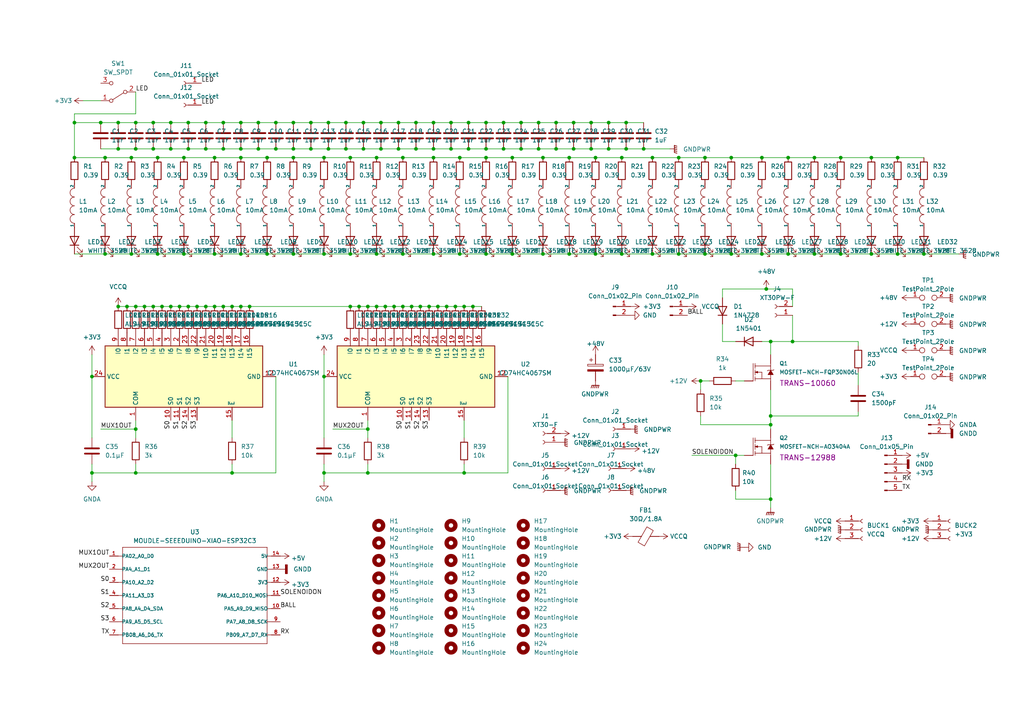
<source format=kicad_sch>
(kicad_sch (version 20230121) (generator eeschema)
  (paper "A4")
  (title_block (title "layer 1 schematic drawing") (date "2023-11-10") (company "8076ducc Robotics Competition Team"))
  (junction (at 121.92 88.9))
  (junction (at 171.45 35.56))
  (junction (at 125.73 35.56))
  (junction (at 204.47 45.72))
  (junction (at 52.07 88.9))
  (junction (at 243.84 45.72))
  (junction (at 137.16 88.9))
  (junction (at 243.84 73.66))
  (junction (at 165.1 45.72))
  (junction (at 222.25 83.82))
  (junction (at 146.05 35.56))
  (junction (at 62.23 88.9))
  (junction (at 100.33 43.18))
  (junction (at 196.85 45.72))
  (junction (at 109.22 45.72))
  (junction (at 120.65 43.18))
  (junction (at 135.89 43.18))
  (junction (at 106.68 88.9))
  (junction (at 212.09 73.66))
  (junction (at 186.69 43.18))
  (junction (at 54.61 35.56))
  (junction (at 229.87 99.06))
  (junction (at 21.59 45.72))
  (junction (at 252.73 45.72))
  (junction (at 59.69 88.9))
  (junction (at 161.29 43.18))
  (junction (at 260.35 73.66))
  (junction (at 64.77 43.18))
  (junction (at 133.35 73.66))
  (junction (at 101.6 88.9))
  (junction (at 39.37 88.9))
  (junction (at 69.85 35.56))
  (junction (at 140.97 35.56))
  (junction (at 135.89 35.56))
  (junction (at 30.48 45.72))
  (junction (at 85.09 35.56))
  (junction (at 124.46 88.9))
  (junction (at 110.49 43.18))
  (junction (at 59.69 43.18))
  (junction (at 212.09 45.72))
  (junction (at 30.48 73.66))
  (junction (at 62.23 45.72))
  (junction (at 213.36 132.08))
  (junction (at 116.84 73.66))
  (junction (at 130.81 35.56))
  (junction (at 53.34 73.66))
  (junction (at 26.67 137.16))
  (junction (at 45.72 73.66))
  (junction (at 36.83 88.9))
  (junction (at 39.37 35.56))
  (junction (at 172.72 73.66))
  (junction (at 166.37 35.56))
  (junction (at 49.53 43.18))
  (junction (at 156.21 35.56))
  (junction (at 101.6 45.72))
  (junction (at 93.98 73.66))
  (junction (at 236.22 73.66))
  (junction (at 125.73 73.66))
  (junction (at 180.34 73.66))
  (junction (at 189.23 45.72))
  (junction (at 44.45 88.9))
  (junction (at 74.93 43.18))
  (junction (at 223.52 99.06))
  (junction (at 116.84 88.9))
  (junction (at 105.41 43.18))
  (junction (at 59.69 35.56))
  (junction (at 105.41 35.56))
  (junction (at 157.48 45.72))
  (junction (at 220.98 73.66))
  (junction (at 45.72 45.72))
  (junction (at 29.21 35.56))
  (junction (at 90.17 35.56))
  (junction (at 134.62 137.16))
  (junction (at 115.57 35.56))
  (junction (at 69.85 45.72))
  (junction (at 120.65 35.56))
  (junction (at 64.77 88.9))
  (junction (at 95.25 43.18))
  (junction (at 130.81 43.18))
  (junction (at 34.29 43.18))
  (junction (at 67.31 137.16))
  (junction (at 26.67 109.22))
  (junction (at 49.53 35.56))
  (junction (at 85.09 73.66))
  (junction (at 127 88.9))
  (junction (at 151.13 35.56))
  (junction (at 157.48 73.66))
  (junction (at 53.34 45.72))
  (junction (at 72.39 88.9))
  (junction (at 67.31 88.9))
  (junction (at 140.97 43.18))
  (junction (at 57.15 88.9))
  (junction (at 41.91 88.9))
  (junction (at 176.53 35.56))
  (junction (at 85.09 43.18))
  (junction (at 34.29 35.56))
  (junction (at 119.38 88.9))
  (junction (at 223.52 144.78))
  (junction (at 156.21 43.18))
  (junction (at 133.35 45.72))
  (junction (at 38.1 45.72))
  (junction (at 104.14 88.9))
  (junction (at 223.52 123.19))
  (junction (at 228.6 73.66))
  (junction (at 189.23 73.66))
  (junction (at 74.93 35.56))
  (junction (at 39.37 43.18))
  (junction (at 176.53 43.18))
  (junction (at 93.98 109.22))
  (junction (at 204.47 73.66))
  (junction (at 106.68 137.16))
  (junction (at 93.98 45.72))
  (junction (at 125.73 43.18))
  (junction (at 38.1 73.66))
  (junction (at 80.01 43.18))
  (junction (at 146.05 43.18))
  (junction (at 223.52 120.65))
  (junction (at 228.6 45.72))
  (junction (at 236.22 45.72))
  (junction (at 69.85 88.9))
  (junction (at 252.73 73.66))
  (junction (at 109.22 73.66))
  (junction (at 54.61 43.18))
  (junction (at 171.45 43.18))
  (junction (at 140.97 73.66))
  (junction (at 39.37 124.46))
  (junction (at 111.76 88.9))
  (junction (at 69.85 73.66))
  (junction (at 49.53 88.9))
  (junction (at 34.29 88.9))
  (junction (at 129.54 88.9))
  (junction (at 161.29 35.56))
  (junction (at 260.35 45.72))
  (junction (at 172.72 45.72))
  (junction (at 46.99 88.9))
  (junction (at 151.13 43.18))
  (junction (at 114.3 88.9))
  (junction (at 54.61 88.9))
  (junction (at 196.85 73.66))
  (junction (at 64.77 35.56))
  (junction (at 95.25 35.56))
  (junction (at 116.84 45.72))
  (junction (at 39.37 137.16))
  (junction (at 125.73 45.72))
  (junction (at 93.98 137.16))
  (junction (at 203.2 110.49))
  (junction (at 77.47 45.72))
  (junction (at 148.59 73.66))
  (junction (at 69.85 43.18))
  (junction (at 62.23 73.66))
  (junction (at 132.08 88.9))
  (junction (at 90.17 43.18))
  (junction (at 101.6 73.66))
  (junction (at 44.45 43.18))
  (junction (at 115.57 43.18))
  (junction (at 180.34 45.72))
  (junction (at 77.47 73.66))
  (junction (at 110.49 35.56))
  (junction (at 44.45 35.56))
  (junction (at 134.62 88.9))
  (junction (at 148.59 45.72))
  (junction (at 267.97 73.66))
  (junction (at 140.97 45.72))
  (junction (at 100.33 35.56))
  (junction (at 85.09 45.72))
  (junction (at 181.61 35.56))
  (junction (at 165.1 73.66))
  (junction (at 21.59 35.56))
  (junction (at 109.22 88.9))
  (junction (at 166.37 43.18))
  (junction (at 220.98 45.72))
  (junction (at 106.68 124.46))
  (junction (at 181.61 43.18))
  (junction (at 80.01 35.56))
  (wire (pts (xy 24.13 29.21) (xy 29.21 29.21)))
  (wire (pts (xy 229.87 99.06) (xy 223.52 99.06)))
  (wire (pts (xy 72.39 88.9) (xy 101.6 88.9)))
  (wire (pts (xy 229.87 83.82) (xy 229.87 88.9)))
  (wire (pts (xy 140.97 35.56) (xy 146.05 35.56)))
  (wire (pts (xy 34.29 88.9) (xy 36.83 88.9)))
  (wire (pts (xy 116.84 73.66) (xy 125.73 73.66)))
  (wire (pts (xy 171.45 43.18) (xy 176.53 43.18)))
  (wire (pts (xy 146.05 35.56) (xy 151.13 35.56)))
  (wire (pts (xy 260.35 45.72) (xy 267.97 45.72)))
  (wire (pts (xy 134.62 88.9) (xy 137.16 88.9)))
  (wire (pts (xy 129.54 88.9) (xy 132.08 88.9)))
  (wire (pts (xy 203.2 120.65) (xy 203.2 123.19)))
  (wire (pts (xy 21.59 33.02) (xy 39.37 33.02)))
  (wire (pts (xy 64.77 88.9) (xy 67.31 88.9)))
  (wire (pts (xy 38.1 45.72) (xy 45.72 45.72)))
  (wire (pts (xy 127 88.9) (xy 129.54 88.9)))
  (wire (pts (xy 59.69 43.18) (xy 64.77 43.18)))
  (wire (pts (xy 236.22 45.72) (xy 243.84 45.72)))
  (wire (pts (xy 59.69 88.9) (xy 62.23 88.9)))
  (wire (pts (xy 106.68 121.92) (xy 106.68 124.46)))
  (wire (pts (xy 248.92 120.65) (xy 223.52 120.65)))
  (wire (pts (xy 85.09 45.72) (xy 93.98 45.72)))
  (wire (pts (xy 189.23 73.66) (xy 196.85 73.66)))
  (wire (pts (xy 80.01 137.16) (xy 67.31 137.16)))
  (wire (pts (xy 212.09 45.72) (xy 220.98 45.72)))
  (wire (pts (xy 248.92 99.06) (xy 229.87 99.06)))
  (wire (pts (xy 203.2 110.49) (xy 205.74 110.49)))
  (wire (pts (xy 115.57 35.56) (xy 120.65 35.56)))
  (wire (pts (xy 93.98 109.22) (xy 93.98 127)))
  (wire (pts (xy 147.32 109.22) (xy 147.32 137.16)))
  (wire (pts (xy 213.36 134.62) (xy 213.36 132.08)))
  (wire (pts (xy 189.23 45.72) (xy 196.85 45.72)))
  (wire (pts (xy 203.2 113.03) (xy 203.2 110.49)))
  (wire (pts (xy 109.22 73.66) (xy 116.84 73.66)))
  (wire (pts (xy 137.16 88.9) (xy 139.7 88.9)))
  (wire (pts (xy 228.6 45.72) (xy 236.22 45.72)))
  (wire (pts (xy 54.61 88.9) (xy 57.15 88.9)))
  (wire (pts (xy 21.59 73.66) (xy 30.48 73.66)))
  (wire (pts (xy 212.09 73.66) (xy 220.98 73.66)))
  (wire (pts (xy 260.35 73.66) (xy 267.97 73.66)))
  (wire (pts (xy 157.48 45.72) (xy 165.1 45.72)))
  (wire (pts (xy 39.37 43.18) (xy 44.45 43.18)))
  (wire (pts (xy 45.72 45.72) (xy 53.34 45.72)))
  (wire (pts (xy 161.29 43.18) (xy 166.37 43.18)))
  (wire (pts (xy 156.21 35.56) (xy 161.29 35.56)))
  (wire (pts (xy 196.85 73.66) (xy 204.47 73.66)))
  (wire (pts (xy 180.34 45.72) (xy 189.23 45.72)))
  (wire (pts (xy 157.48 73.66) (xy 165.1 73.66)))
  (wire (pts (xy 29.21 43.18) (xy 34.29 43.18)))
  (wire (pts (xy 120.65 35.56) (xy 125.73 35.56)))
  (wire (pts (xy 171.45 35.56) (xy 176.53 35.56)))
  (wire (pts (xy 53.34 73.66) (xy 62.23 73.66)))
  (wire (pts (xy 124.46 88.9) (xy 127 88.9)))
  (wire (pts (xy 148.59 45.72) (xy 157.48 45.72)))
  (wire (pts (xy 95.25 43.18) (xy 100.33 43.18)))
  (wire (pts (xy 49.53 43.18) (xy 54.61 43.18)))
  (wire (pts (xy 34.29 43.18) (xy 39.37 43.18)))
  (wire (pts (xy 80.01 43.18) (xy 85.09 43.18)))
  (wire (pts (xy 151.13 35.56) (xy 156.21 35.56)))
  (wire (pts (xy 93.98 134.62) (xy 93.98 137.16)))
  (wire (pts (xy 77.47 45.72) (xy 85.09 45.72)))
  (wire (pts (xy 147.32 137.16) (xy 134.62 137.16)))
  (wire (pts (xy 220.98 99.06) (xy 223.52 99.06)))
  (wire (pts (xy 148.59 73.66) (xy 157.48 73.66)))
  (wire (pts (xy 29.21 124.46) (xy 39.37 124.46)))
  (wire (pts (xy 133.35 73.66) (xy 140.97 73.66)))
  (wire (pts (xy 44.45 35.56) (xy 49.53 35.56)))
  (wire (pts (xy 267.97 73.66) (xy 278.13 73.66)))
  (wire (pts (xy 200.66 132.08) (xy 213.36 132.08)))
  (wire (pts (xy 39.37 35.56) (xy 44.45 35.56)))
  (wire (pts (xy 209.55 99.06) (xy 213.36 99.06)))
  (wire (pts (xy 213.36 110.49) (xy 215.9 110.49)))
  (wire (pts (xy 105.41 43.18) (xy 110.49 43.18)))
  (wire (pts (xy 90.17 35.56) (xy 95.25 35.56)))
  (wire (pts (xy 67.31 137.16) (xy 39.37 137.16)))
  (wire (pts (xy 166.37 43.18) (xy 171.45 43.18)))
  (wire (pts (xy 106.68 134.62) (xy 106.68 137.16)))
  (wire (pts (xy 134.62 137.16) (xy 106.68 137.16)))
  (wire (pts (xy 236.22 73.66) (xy 243.84 73.66)))
  (wire (pts (xy 223.52 134.62) (xy 223.52 144.78)))
  (wire (pts (xy 80.01 109.22) (xy 80.01 137.16)))
  (wire (pts (xy 115.57 43.18) (xy 120.65 43.18)))
  (wire (pts (xy 125.73 73.66) (xy 133.35 73.66)))
  (wire (pts (xy 220.98 73.66) (xy 228.6 73.66)))
  (wire (pts (xy 125.73 35.56) (xy 130.81 35.56)))
  (wire (pts (xy 110.49 35.56) (xy 115.57 35.56)))
  (wire (pts (xy 109.22 88.9) (xy 111.76 88.9)))
  (wire (pts (xy 204.47 45.72) (xy 212.09 45.72)))
  (wire (pts (xy 69.85 73.66) (xy 77.47 73.66)))
  (wire (pts (xy 34.29 35.56) (xy 39.37 35.56)))
  (wire (pts (xy 104.14 88.9) (xy 106.68 88.9)))
  (wire (pts (xy 44.45 88.9) (xy 46.99 88.9)))
  (wire (pts (xy 85.09 43.18) (xy 90.17 43.18)))
  (wire (pts (xy 172.72 45.72) (xy 180.34 45.72)))
  (wire (pts (xy 209.55 83.82) (xy 209.55 86.36)))
  (wire (pts (xy 213.36 144.78) (xy 213.36 142.24)))
  (wire (pts (xy 110.49 43.18) (xy 115.57 43.18)))
  (wire (pts (xy 252.73 73.66) (xy 260.35 73.66)))
  (wire (pts (xy 213.36 132.08) (xy 215.9 132.08)))
  (wire (pts (xy 111.76 88.9) (xy 114.3 88.9)))
  (wire (pts (xy 133.35 45.72) (xy 140.97 45.72)))
  (wire (pts (xy 46.99 88.9) (xy 49.53 88.9)))
  (wire (pts (xy 39.37 26.67) (xy 39.37 33.02)))
  (wire (pts (xy 95.25 35.56) (xy 100.33 35.56)))
  (wire (pts (xy 140.97 73.66) (xy 148.59 73.66)))
  (wire (pts (xy 180.34 73.66) (xy 189.23 73.66)))
  (wire (pts (xy 39.37 88.9) (xy 41.91 88.9)))
  (wire (pts (xy 248.92 120.65) (xy 248.92 119.38)))
  (wire (pts (xy 53.34 45.72) (xy 62.23 45.72)))
  (wire (pts (xy 93.98 137.16) (xy 93.98 139.7)))
  (wire (pts (xy 26.67 109.22) (xy 26.67 127)))
  (wire (pts (xy 125.73 43.18) (xy 130.81 43.18)))
  (wire (pts (xy 69.85 43.18) (xy 74.93 43.18)))
  (wire (pts (xy 116.84 88.9) (xy 119.38 88.9)))
  (wire (pts (xy 85.09 35.56) (xy 90.17 35.56)))
  (wire (pts (xy 21.59 35.56) (xy 29.21 35.56)))
  (wire (pts (xy 62.23 88.9) (xy 64.77 88.9)))
  (wire (pts (xy 69.85 45.72) (xy 77.47 45.72)))
  (wire (pts (xy 116.84 45.72) (xy 125.73 45.72)))
  (wire (pts (xy 106.68 137.16) (xy 93.98 137.16)))
  (wire (pts (xy 223.52 144.78) (xy 223.52 147.32)))
  (wire (pts (xy 106.68 124.46) (xy 106.68 127)))
  (wire (pts (xy 26.67 134.62) (xy 26.67 137.16)))
  (wire (pts (xy 100.33 35.56) (xy 105.41 35.56)))
  (wire (pts (xy 204.47 73.66) (xy 212.09 73.66)))
  (wire (pts (xy 85.09 73.66) (xy 93.98 73.66)))
  (wire (pts (xy 101.6 88.9) (xy 104.14 88.9)))
  (wire (pts (xy 100.33 43.18) (xy 105.41 43.18)))
  (wire (pts (xy 69.85 88.9) (xy 72.39 88.9)))
  (wire (pts (xy 77.47 73.66) (xy 85.09 73.66)))
  (wire (pts (xy 229.87 91.44) (xy 229.87 99.06)))
  (wire (pts (xy 64.77 35.56) (xy 69.85 35.56)))
  (wire (pts (xy 105.41 35.56) (xy 110.49 35.56)))
  (wire (pts (xy 140.97 43.18) (xy 146.05 43.18)))
  (wire (pts (xy 69.85 35.56) (xy 74.93 35.56)))
  (wire (pts (xy 151.13 43.18) (xy 156.21 43.18)))
  (wire (pts (xy 29.21 35.56) (xy 34.29 35.56)))
  (wire (pts (xy 21.59 45.72) (xy 30.48 45.72)))
  (wire (pts (xy 54.61 43.18) (xy 59.69 43.18)))
  (wire (pts (xy 222.25 83.82) (xy 229.87 83.82)))
  (wire (pts (xy 165.1 45.72) (xy 172.72 45.72)))
  (wire (pts (xy 134.62 121.92) (xy 134.62 127)))
  (wire (pts (xy 59.69 35.56) (xy 64.77 35.56)))
  (wire (pts (xy 166.37 35.56) (xy 171.45 35.56)))
  (wire (pts (xy 120.65 43.18) (xy 125.73 43.18)))
  (wire (pts (xy 220.98 45.72) (xy 228.6 45.72)))
  (wire (pts (xy 93.98 102.87) (xy 93.98 109.22)))
  (wire (pts (xy 243.84 45.72) (xy 252.73 45.72)))
  (wire (pts (xy 49.53 35.56) (xy 54.61 35.56)))
  (wire (pts (xy 67.31 88.9) (xy 69.85 88.9)))
  (wire (pts (xy 45.72 73.66) (xy 53.34 73.66)))
  (wire (pts (xy 30.48 45.72) (xy 38.1 45.72)))
  (wire (pts (xy 67.31 134.62) (xy 67.31 137.16)))
  (wire (pts (xy 223.52 99.06) (xy 223.52 102.87)))
  (wire (pts (xy 62.23 45.72) (xy 69.85 45.72)))
  (wire (pts (xy 49.53 88.9) (xy 52.07 88.9)))
  (wire (pts (xy 176.53 35.56) (xy 181.61 35.56)))
  (wire (pts (xy 135.89 35.56) (xy 140.97 35.56)))
  (wire (pts (xy 21.59 45.72) (xy 21.59 35.56)))
  (wire (pts (xy 39.37 124.46) (xy 39.37 127)))
  (wire (pts (xy 132.08 88.9) (xy 134.62 88.9)))
  (wire (pts (xy 209.55 93.98) (xy 209.55 99.06)))
  (wire (pts (xy 223.52 123.19) (xy 223.52 124.46)))
  (wire (pts (xy 203.2 123.19) (xy 223.52 123.19)))
  (wire (pts (xy 135.89 43.18) (xy 140.97 43.18)))
  (wire (pts (xy 74.93 35.56) (xy 80.01 35.56)))
  (wire (pts (xy 243.84 73.66) (xy 252.73 73.66)))
  (wire (pts (xy 228.6 73.66) (xy 236.22 73.66)))
  (wire (pts (xy 67.31 121.92) (xy 67.31 127)))
  (wire (pts (xy 172.72 73.66) (xy 180.34 73.66)))
  (wire (pts (xy 64.77 43.18) (xy 69.85 43.18)))
  (wire (pts (xy 74.93 43.18) (xy 80.01 43.18)))
  (wire (pts (xy 223.52 144.78) (xy 213.36 144.78)))
  (wire (pts (xy 130.81 35.56) (xy 135.89 35.56)))
  (wire (pts (xy 248.92 107.95) (xy 248.92 111.76)))
  (wire (pts (xy 146.05 43.18) (xy 151.13 43.18)))
  (wire (pts (xy 130.81 43.18) (xy 135.89 43.18)))
  (wire (pts (xy 21.59 35.56) (xy 21.59 33.02)))
  (wire (pts (xy 101.6 45.72) (xy 109.22 45.72)))
  (wire (pts (xy 114.3 88.9) (xy 116.84 88.9)))
  (wire (pts (xy 96.52 124.46) (xy 106.68 124.46)))
  (wire (pts (xy 165.1 73.66) (xy 172.72 73.66)))
  (wire (pts (xy 26.67 102.87) (xy 26.67 109.22)))
  (wire (pts (xy 39.37 134.62) (xy 39.37 137.16)))
  (wire (pts (xy 93.98 45.72) (xy 101.6 45.72)))
  (wire (pts (xy 26.67 137.16) (xy 26.67 139.7)))
  (wire (pts (xy 252.73 45.72) (xy 260.35 45.72)))
  (wire (pts (xy 181.61 35.56) (xy 186.69 35.56)))
  (wire (pts (xy 41.91 88.9) (xy 44.45 88.9)))
  (wire (pts (xy 30.48 73.66) (xy 38.1 73.66)))
  (wire (pts (xy 93.98 73.66) (xy 101.6 73.66)))
  (wire (pts (xy 209.55 83.82) (xy 222.25 83.82)))
  (wire (pts (xy 181.61 43.18) (xy 186.69 43.18)))
  (wire (pts (xy 248.92 99.06) (xy 248.92 100.33)))
  (wire (pts (xy 223.52 120.65) (xy 223.52 123.19)))
  (wire (pts (xy 36.83 88.9) (xy 39.37 88.9)))
  (wire (pts (xy 156.21 43.18) (xy 161.29 43.18)))
  (wire (pts (xy 125.73 45.72) (xy 133.35 45.72)))
  (wire (pts (xy 54.61 35.56) (xy 59.69 35.56)))
  (wire (pts (xy 109.22 45.72) (xy 116.84 45.72)))
  (wire (pts (xy 57.15 88.9) (xy 59.69 88.9)))
  (wire (pts (xy 44.45 43.18) (xy 49.53 43.18)))
  (wire (pts (xy 80.01 35.56) (xy 85.09 35.56)))
  (wire (pts (xy 134.62 134.62) (xy 134.62 137.16)))
  (wire (pts (xy 196.85 45.72) (xy 204.47 45.72)))
  (wire (pts (xy 38.1 73.66) (xy 45.72 73.66)))
  (wire (pts (xy 161.29 35.56) (xy 166.37 35.56)))
  (wire (pts (xy 39.37 137.16) (xy 26.67 137.16)))
  (wire (pts (xy 39.37 121.92) (xy 39.37 124.46)))
  (wire (pts (xy 186.69 43.18) (xy 194.31 43.18)))
  (wire (pts (xy 176.53 43.18) (xy 181.61 43.18)))
  (wire (pts (xy 101.6 73.66) (xy 109.22 73.66)))
  (wire (pts (xy 106.68 88.9) (xy 109.22 88.9)))
  (wire (pts (xy 140.97 45.72) (xy 148.59 45.72)))
  (wire (pts (xy 119.38 88.9) (xy 121.92 88.9)))
  (wire (pts (xy 62.23 73.66) (xy 69.85 73.66)))
  (wire (pts (xy 52.07 88.9) (xy 54.61 88.9)))
  (wire (pts (xy 90.17 43.18) (xy 95.25 43.18)))
  (wire (pts (xy 121.92 88.9) (xy 124.46 88.9)))
  (wire (pts (xy 223.52 113.03) (xy 223.52 120.65)))
  (label "MUX1OUT" (at 31.75 161.29 180))
  (label "LED" (at 39.37 26.67 0))
  (label "S3" (at 124.46 121.92 270))
  (label "MUX2OUT" (at 96.52 124.46 0))
  (label "TX" (at 261.62 142.24 0))
  (label "S1" (at 52.07 121.92 270))
  (label "S0" (at 116.84 121.92 270))
  (label "S1" (at 119.38 121.92 270))
  (label "MUX2OUT" (at 31.75 165.1 180))
  (label "S3" (at 31.75 180.34 180))
  (label "BALL" (at 81.28 176.53 0))
  (label "S0" (at 31.75 168.91 180))
  (label "RX" (at 261.62 139.7 0))
  (label "S3" (at 57.15 121.92 270))
  (label "SOLENOIDON" (at 200.66 132.08 0))
  (label "S0" (at 49.53 121.92 270))
  (label "LED" (at 58.42 30.48 0))
  (label "LED" (at 58.42 24.13 0))
  (label "RX" (at 81.28 184.15 0))
  (label "BALL" (at 199.39 91.44 0))
  (label "MUX1OUT" (at 29.21 124.46 0))
  (label "S2" (at 31.75 176.53 180))
  (label "S2" (at 54.61 121.92 270))
  (label "S1" (at 31.75 172.72 180))
  (label "TX" (at 31.75 184.15 180))
  (label "SOLENOIDON" (at 81.28 172.72 0))
  (label "S2" (at 121.92 121.92 270))
  (symbol (lib_id "Device:R") (at 134.62 130.81 0) (unit 1)
    (property "Reference" "R39" (at 137.16 129.5399 0) (effects (justify left)))
    (property "Value" "10k" (at 137.16 132.0799 0) (effects (justify left)))
    (property "Footprint" "Resistor_SMD:R_0603_1608Metric" (effects hide))
  )
  (symbol (lib_id "Device:R") (at 236.22 49.53 0) (unit 1)
    (property "Reference" "R28" (at 238.76 48.2599 0) (effects (justify left)))
    (property "Value" "0.39" (at 238.76 50.7999 0) (effects (justify left)))
    (property "Footprint" "Resistor_SMD:R_0603_1608Metric" (effects hide))
  )
  (symbol (lib_id "Mechanical:MountingHole") (at 130.81 182.88 0) (unit 1)
    (property "Reference" "H15" (at 133.858 181.6099 0) (effects (justify left)))
    (property "Value" "MountingHole" (at 133.858 184.1499 0) (effects (justify left)))
    (property "Footprint" "MountingHole:MountingHole_3.2mm_M3_Pad" (effects hide))
  )
  (symbol (lib_id "Device:R") (at 248.92 104.14 0) (unit 1)
    (property "Reference" "R33" (at 251.46 102.8699 0) (effects (justify left)))
    (property "Value" "20" (at 251.46 105.4099 0) (effects (justify left)))
    (property "Footprint" "Resistor_SMD:R_0603_1608Metric" (effects hide))
  )
  (symbol (lib_name "VCCQ_3") (lib_id "power:VCCQ") (at 264.16 101.6 90) (unit 1)
    (property "Reference" "#PWR034" (effects hide))
    (property "Value" "VCCQ" (at 260.35 101.6 90) (effects (justify left)))
  )
  (symbol (lib_id "Connector:TestPoint_2Pole") (at 269.24 86.36 0) (unit 1)
    (property "Reference" "TP1" (at 269.24 81.28 0))
    (property "Value" "TestPoint_2Pole" (at 269.24 83.82 0))
    (property "Footprint" "TestPoint:TestPoint_2Pads_Pitch2.54mm_Drill0.8mm" (effects hide))
  )
  (symbol (lib_id "Mechanical:MountingHole") (at 130.81 172.72 0) (unit 1)
    (property "Reference" "H13" (at 133.858 171.4499 0) (effects (justify left)))
    (property "Value" "MountingHole" (at 133.858 173.9899 0) (effects (justify left)))
    (property "Footprint" "MountingHole:MountingHole_3.2mm_M3_Pad" (effects hide))
  )
  (symbol (lib_id "74xx:CD74HC4067SM") (at 52.07 109.22 90) (unit 1)
    (property "Reference" "U1" (at 85.09 105.6386 90))
    (property "Value" "CD74HC4067SM" (at 85.09 108.1786 90))
    (property "Footprint" "Package_SO:SOIC-24W_7.5x15.4mm_P1.27mm" (effects hide))
    (property "Datasheet" "http://www.ti.com/lit/ds/symlink/cd74hc4067.pdf" (effects hide))
  )
  (symbol (lib_id "Device:LED") (at 228.6 69.85 90) (unit 1)
    (property "Reference" "LED27" (at 232.41 70.1674 90) (effects (justify right)))
    (property "Value" "WHITE 3528" (at 232.41 72.7074 90) (effects (justify right)))
    (property "Footprint" "Capacitor_Tantalum_SMD:CP_EIA-3528-12_Kemet-T" (effects hide))
  )
  (symbol (lib_id "Device:R") (at 203.2 116.84 0) (unit 1)
    (property "Reference" "R35" (at 205.74 115.5699 0) (effects (justify left)))
    (property "Value" "10k" (at 205.74 118.1099 0) (effects (justify left)))
    (property "Footprint" "Resistor_SMD:R_0603_1608Metric" (effects hide))
  )
  (symbol (lib_id "Mechanical:MountingHole") (at 109.855 152.4 0) (unit 1)
    (property "Reference" "H1" (at 112.903 151.1299 0) (effects (justify left)))
    (property "Value" "MountingHole" (at 112.903 153.6699 0) (effects (justify left)))
    (property "Footprint" "MountingHole:MountingHole_3.2mm_M3_Pad" (effects hide))
  )
  (symbol (lib_id "Device:R") (at 59.69 92.71 0) (unit 1)
    (property "Reference" "LDR11" (at 61.595 91.4399 0) (effects (justify left)))
    (property "Value" "ALS-PT19-315C" (at 61.595 93.9799 0) (effects (justify left)))
    (property "Footprint" "Diode_SMD:D_0603_1608Metric" (effects hide))
  )
  (symbol (lib_id "Device:R") (at 196.85 49.53 0) (unit 1)
    (property "Reference" "R23" (at 199.39 48.2599 0) (effects (justify left)))
    (property "Value" "0.39" (at 199.39 50.7999 0) (effects (justify left)))
    (property "Footprint" "Resistor_SMD:R_0603_1608Metric" (effects hide))
  )
  (symbol (lib_id "Connector:Conn_01x03_Female") (at 250.19 153.67 0) (unit 1)
    (property "Reference" "BUCK1" (at 251.46 152.4 0) (effects (justify left)))
    (property "Value" "VCCQ" (at 251.46 154.94 0) (effects (justify left)))
    (property "Footprint" "Connector_PinSocket_2.54mm:PinSocket_1x03_P2.54mm_Horizontal" (effects hide))
  )
  (symbol (lib_id "Connector:Conn_01x02_Pin") (at 269.24 123.19 0) (unit 1)
    (property "Reference" "J14" (at 269.875 118.11 0))
    (property "Value" "Conn_01x02_Pin" (at 269.875 120.65 0))
    (property "Footprint" "Connector_JST:JST_SH_BM02B-SRSS-TB_1x02-1MP_P1.00mm_Vertical" (effects hide))
  )
  (symbol (lib_id "Device:R") (at 209.55 110.49 90) (unit 1)
    (property "Reference" "R34" (at 209.55 104.14 90))
    (property "Value" "1k" (at 209.55 106.68 90))
    (property "Footprint" "Resistor_SMD:R_0603_1608Metric" (effects hide))
  )
  (symbol (lib_id "Device:LED") (at 148.59 69.85 90) (unit 1)
    (property "Reference" "LED17" (at 152.4 70.1674 90) (effects (justify right)))
    (property "Value" "WHITE 3528" (at 152.4 72.7074 90) (effects (justify right)))
    (property "Footprint" "Capacitor_Tantalum_SMD:CP_EIA-3528-12_Kemet-T" (effects hide))
  )
  (symbol (lib_id "Connector:Conn_01x05_Pin") (at 256.54 137.16 0) (unit 1)
    (property "Reference" "J13" (at 257.175 127 0))
    (property "Value" "Conn_01x05_Pin" (at 257.175 129.54 0))
    (property "Footprint" "Connector_JST:JST_SH_BM05B-SRSS-TB_1x05-1MP_P1.00mm_Vertical" (effects hide))
  )
  (symbol (lib_name "VCCQ_4") (lib_id "power:VCCQ") (at 191.135 155.575 270) (unit 1)
    (property "Reference" "#PWR046" (effects hide))
    (property "Value" "VCCQ" (at 194.31 155.575 90) (effects (justify left)))
  )
  (symbol (lib_id "Device:LED") (at 260.35 69.85 90) (unit 1)
    (property "Reference" "LED31" (at 264.16 70.1674 90) (effects (justify right)))
    (property "Value" "WHITE 3528" (at 264.16 72.7074 90) (effects (justify right)))
    (property "Footprint" "Capacitor_Tantalum_SMD:CP_EIA-3528-12_Kemet-T" (effects hide))
  )
  (symbol (lib_id "Device:C_Polarized") (at 172.72 106.68 0) (unit 1)
    (property "Reference" "C33" (at 176.53 104.5209 0) (effects (justify left)))
    (property "Value" "1000µF/63V" (at 176.53 107.0609 0) (effects (justify left)))
    (property "Footprint" "Capacitor_THT:CP_Radial_D16.0mm_P7.50mm" (effects hide))
  )
  (symbol (lib_name "+48V_2") (lib_id "power:+48V") (at 264.16 86.36 90) (unit 1)
    (property "Reference" "#PWR030" (effects hide))
    (property "Value" "+48V" (at 260.35 86.36 90) (effects (justify left)))
  )
  (symbol (lib_id "Device:LED") (at 157.48 69.85 90) (unit 1)
    (property "Reference" "LED18" (at 161.29 70.1674 90) (effects (justify right)))
    (property "Value" "WHITE 3528" (at 161.29 72.7074 90) (effects (justify right)))
    (property "Footprint" "Capacitor_Tantalum_SMD:CP_EIA-3528-12_Kemet-T" (effects hide))
  )
  (symbol (lib_id "Device:R") (at 125.73 49.53 0) (unit 1)
    (property "Reference" "R14" (at 128.27 48.2599 0) (effects (justify left)))
    (property "Value" "0.39" (at 128.27 50.7999 0) (effects (justify left)))
    (property "Footprint" "Resistor_SMD:R_0603_1608Metric" (effects hide))
  )
  (symbol (lib_id "Device:C") (at 115.57 39.37 0) (unit 1)
    (property "Reference" "C18" (at 118.745 38.0999 0) (effects (justify left)))
    (property "Value" "1uF" (at 118.745 40.6399 0) (effects (justify left)))
    (property "Footprint" "Capacitor_SMD:C_0603_1608Metric" (effects hide))
  )
  (symbol (lib_id "power:GNDPWR") (at 270.51 153.67 270) (unit 1)
    (property "Reference" "#PWR022" (effects hide))
    (property "Value" "GNDPWR" (at 266.7 153.543 90) (effects (justify right)))
  )
  (symbol (lib_id "Device:LED") (at 85.09 69.85 90) (unit 1)
    (property "Reference" "LED9" (at 88.9 70.1674 90) (effects (justify right)))
    (property "Value" "WHITE 3528" (at 88.9 72.7074 90) (effects (justify right)))
    (property "Footprint" "Capacitor_Tantalum_SMD:CP_EIA-3528-12_Kemet-T" (effects hide))
  )
  (symbol (lib_id "Device:R") (at 260.35 49.53 0) (unit 1)
    (property "Reference" "R31" (at 262.89 48.2599 0) (effects (justify left)))
    (property "Value" "0.39" (at 262.89 50.7999 0) (effects (justify left)))
    (property "Footprint" "Resistor_SMD:R_0603_1608Metric" (effects hide))
  )
  (symbol (lib_id "Device:R") (at 109.22 92.71 0) (unit 1)
    (property "Reference" "LDR20" (at 111.125 91.4399 0) (effects (justify left)))
    (property "Value" "ALS-PT19-315C" (at 111.125 93.9799 0) (effects (justify left)))
    (property "Footprint" "Diode_SMD:D_0603_1608Metric" (effects hide))
  )
  (symbol (lib_id "Mechanical:MountingHole") (at 151.765 187.96 0) (unit 1)
    (property "Reference" "H24" (at 154.813 186.6899 0) (effects (justify left)))
    (property "Value" "MountingHole" (at 154.813 189.2299 0) (effects (justify left)))
    (property "Footprint" "MountingHole:MountingHole_3.2mm_M3_Pad" (effects hide))
  )
  (symbol (lib_id "Device:C") (at 39.37 39.37 0) (unit 1)
    (property "Reference" "C3" (at 42.545 38.0999 0) (effects (justify left)))
    (property "Value" "1uF" (at 42.545 40.6399 0) (effects (justify left)))
    (property "Footprint" "Capacitor_SMD:C_0603_1608Metric" (effects hide))
  )
  (symbol (lib_id "Device:C") (at 110.49 39.37 0) (unit 1)
    (property "Reference" "C17" (at 113.665 38.0999 0) (effects (justify left)))
    (property "Value" "1uF" (at 113.665 40.6399 0) (effects (justify left)))
    (property "Footprint" "Capacitor_SMD:C_0603_1608Metric" (effects hide))
  )
  (symbol (lib_id "Device:R") (at 34.29 92.71 0) (unit 1)
    (property "Reference" "LDR1" (at 36.195 91.4399 0) (effects (justify left)))
    (property "Value" "ALS-PT19-315C" (at 36.195 93.9799 0) (effects (justify left)))
    (property "Footprint" "Diode_SMD:D_0603_1608Metric" (effects hide))
  )
  (symbol (lib_id "Device:LED") (at 38.1 69.85 90) (unit 1)
    (property "Reference" "LED3" (at 41.91 70.1674 90) (effects (justify right)))
    (property "Value" "WHITE 3528" (at 41.91 72.7074 90) (effects (justify right)))
    (property "Footprint" "Capacitor_Tantalum_SMD:CP_EIA-3528-12_Kemet-T" (effects hide))
  )
  (symbol (lib_id "Device:C") (at 95.25 39.37 0) (unit 1)
    (property "Reference" "C14" (at 98.425 38.0999 0) (effects (justify left)))
    (property "Value" "1uF" (at 98.425 40.6399 0) (effects (justify left)))
    (property "Footprint" "Capacitor_SMD:C_0603_1608Metric" (effects hide))
  )
  (symbol (lib_id "Device:LED") (at 212.09 69.85 90) (unit 1)
    (property "Reference" "LED25" (at 215.9 70.1674 90) (effects (justify right)))
    (property "Value" "WHITE 3528" (at 215.9 72.7074 90) (effects (justify right)))
    (property "Footprint" "Capacitor_Tantalum_SMD:CP_EIA-3528-12_Kemet-T" (effects hide))
  )
  (symbol (lib_id "power:GNDD") (at 274.32 125.73 90) (unit 1)
    (property "Reference" "#PWR045" (effects hide))
    (property "Value" "GNDD" (at 278.13 125.73 90) (effects (justify right)))
  )
  (symbol (lib_id "Mechanical:MountingHole") (at 151.765 182.88 0) (unit 1)
    (property "Reference" "H23" (at 154.813 181.6099 0) (effects (justify left)))
    (property "Value" "MountingHole" (at 154.813 184.1499 0) (effects (justify left)))
    (property "Footprint" "MountingHole:MountingHole_3.2mm_M3_Pad" (effects hide))
  )
  (symbol (lib_id "Device:R") (at 54.61 92.71 0) (unit 1)
    (property "Reference" "LDR9" (at 56.515 91.4399 0) (effects (justify left)))
    (property "Value" "ALS-PT19-315C" (at 56.515 93.9799 0) (effects (justify left)))
    (property "Footprint" "Diode_SMD:D_0603_1608Metric" (effects hide))
  )
  (symbol (lib_id "Device:C") (at 69.85 39.37 0) (unit 1)
    (property "Reference" "C9" (at 73.025 38.0999 0) (effects (justify left)))
    (property "Value" "1uF" (at 73.025 40.6399 0) (effects (justify left)))
    (property "Footprint" "Capacitor_SMD:C_0603_1608Metric" (effects hide))
  )
  (symbol (lib_id "Device:LED") (at 109.22 69.85 90) (unit 1)
    (property "Reference" "LED12" (at 113.03 70.1674 90) (effects (justify right)))
    (property "Value" "WHITE 3528" (at 113.03 72.7074 90) (effects (justify right)))
    (property "Footprint" "Capacitor_Tantalum_SMD:CP_EIA-3528-12_Kemet-T" (effects hide))
  )
  (symbol (lib_name "VCCQ_1") (lib_id "power:VCCQ") (at 199.39 88.9 270) (unit 1)
    (property "Reference" "#PWR028" (effects hide))
    (property "Value" "VCCQ" (at 203.454 88.9 90) (effects (justify left)))
  )
  (symbol (lib_id "Device:R") (at 41.91 92.71 0) (unit 1)
    (property "Reference" "LDR4" (at 43.815 91.4399 0) (effects (justify left)))
    (property "Value" "ALS-PT19-315C" (at 43.815 93.9799 0) (effects (justify left)))
    (property "Footprint" "Diode_SMD:D_0603_1608Metric" (effects hide))
  )
  (symbol (lib_name "GNDA_1") (lib_id "power:GNDA") (at 274.32 123.19 90) (unit 1)
    (property "Reference" "#PWR044" (effects hide))
    (property "Value" "GNDA" (at 278.13 123.19 90) (effects (justify right)))
  )
  (symbol (lib_id "power:GNDA") (at 93.98 139.7 0) (unit 1)
    (property "Reference" "#PWR07" (effects hide))
    (property "Value" "GNDA" (at 93.98 144.78 0))
  )
  (symbol (lib_id "pspice:INDUCTOR") (at 220.98 59.69 90) (unit 1)
    (property "Reference" "L26" (at 221.615 58.4199 90) (effects (justify right)))
    (property "Value" "10mA" (at 221.615 60.9599 90) (effects (justify right)))
    (property "Footprint" "Inductor_SMD:L_0805_2012Metric" (effects hide))
  )
  (symbol (lib_id "Device:LED") (at 116.84 69.85 90) (unit 1)
    (property "Reference" "LED13" (at 120.65 70.1674 90) (effects (justify right)))
    (property "Value" "WHITE 3528" (at 120.65 72.7074 90) (effects (justify right)))
    (property "Footprint" "Capacitor_Tantalum_SMD:CP_EIA-3528-12_Kemet-T" (effects hide))
  )
  (symbol (lib_id "pspice:INDUCTOR") (at 93.98 59.69 90) (unit 1)
    (property "Reference" "L10" (at 94.615 58.4199 90) (effects (justify right)))
    (property "Value" "10mA" (at 94.615 60.9599 90) (effects (justify right)))
    (property "Footprint" "Inductor_SMD:L_0805_2012Metric" (effects hide))
  )
  (symbol (lib_id "power:GNDPWR") (at 274.32 93.98 90) (unit 1)
    (property "Reference" "#PWR035" (effects hide))
    (property "Value" "GNDPWR" (at 278.13 94.107 90) (effects (justify right)))
  )
  (symbol (lib_id "pspice:INDUCTOR") (at 133.35 59.69 90) (unit 1)
    (property "Reference" "L15" (at 134.62 58.4199 90) (effects (justify right)))
    (property "Value" "10mA" (at 134.62 60.9599 90) (effects (justify right)))
    (property "Footprint" "Inductor_SMD:L_0805_2012Metric" (effects hide))
  )
  (symbol (lib_name "+3V3_4") (lib_id "power:+3V3") (at 183.515 155.575 90) (unit 1)
    (property "Reference" "#PWR047" (effects hide))
    (property "Value" "+3V3" (at 180.34 155.575 90) (effects (justify left)))
  )
  (symbol (lib_id "pspice:INDUCTOR") (at 267.97 59.69 90) (unit 1)
    (property "Reference" "L32" (at 268.605 58.4199 90) (effects (justify right)))
    (property "Value" "10mA" (at 268.605 60.9599 90) (effects (justify right)))
    (property "Footprint" "Inductor_SMD:L_0805_2012Metric" (effects hide))
  )
  (symbol (lib_id "power:+3V3") (at 26.67 102.87 0) (unit 1)
    (property "Reference" "#PWR03" (effects hide))
    (property "Value" "+3V3" (at 26.67 97.79 0))
  )
  (symbol (lib_name "+12V_3") (lib_id "power:+12V") (at 264.16 93.98 90) (unit 1)
    (property "Reference" "#PWR032" (effects hide))
    (property "Value" "+12V" (at 260.35 93.98 90) (effects (justify left)))
  )
  (symbol (lib_id "Device:R") (at 38.1 49.53 0) (unit 1)
    (property "Reference" "R3" (at 40.64 48.2599 0) (effects (justify left)))
    (property "Value" "0.39" (at 40.64 50.7999 0) (effects (justify left)))
    (property "Footprint" "Resistor_SMD:R_0603_1608Metric" (effects hide))
  )
  (symbol (lib_id "Mechanical:MountingHole") (at 130.81 187.96 0) (unit 1)
    (property "Reference" "H16" (at 133.858 186.6899 0) (effects (justify left)))
    (property "Value" "MountingHole" (at 133.858 189.2299 0) (effects (justify left)))
    (property "Footprint" "MountingHole:MountingHole_3.2mm_M3_Pad" (effects hide))
  )
  (symbol (lib_id "Mechanical:MountingHole") (at 109.855 172.72 0) (unit 1)
    (property "Reference" "H5" (at 112.903 171.4499 0) (effects (justify left)))
    (property "Value" "MountingHole" (at 112.903 173.9899 0) (effects (justify left)))
    (property "Footprint" "MountingHole:MountingHole_3.2mm_M3_Pad" (effects hide))
  )
  (symbol (lib_id "Mechanical:MountingHole") (at 109.855 157.48 0) (unit 1)
    (property "Reference" "H2" (at 112.903 156.2099 0) (effects (justify left)))
    (property "Value" "MountingHole" (at 112.903 158.7499 0) (effects (justify left)))
    (property "Footprint" "MountingHole:MountingHole_3.2mm_M3_Pad" (effects hide))
  )
  (symbol (lib_name "+12V_1") (lib_id "power:+12V") (at 182.88 130.175 270) (unit 1)
    (property "Reference" "#PWR029" (effects hide))
    (property "Value" "+12V" (at 186.055 130.81 90) (effects (justify left)))
  )
  (symbol (lib_id "Device:R") (at 212.09 49.53 0) (unit 1)
    (property "Reference" "R25" (at 214.63 48.2599 0) (effects (justify left)))
    (property "Value" "0.39" (at 214.63 50.7999 0) (effects (justify left)))
    (property "Footprint" "Resistor_SMD:R_0603_1608Metric" (effects hide))
  )
  (symbol (lib_name "+12V_1") (lib_id "power:+12V") (at 162.56 125.73 270) (unit 1)
    (property "Reference" "#PWR017" (effects hide))
    (property "Value" "+12V" (at 165.735 126.365 90) (effects (justify left)))
  )
  (symbol (lib_id "Device:C") (at 146.05 39.37 0) (unit 1)
    (property "Reference" "C24" (at 149.225 38.0999 0) (effects (justify left)))
    (property "Value" "1uF" (at 149.225 40.6399 0) (effects (justify left)))
    (property "Footprint" "Capacitor_SMD:C_0603_1608Metric" (effects hide))
  )
  (symbol (lib_id "Device:R") (at 129.54 92.71 0) (unit 1)
    (property "Reference" "LDR28" (at 131.445 91.4399 0) (effects (justify left)))
    (property "Value" "ALS-PT19-315C" (at 131.445 93.9799 0) (effects (justify left)))
    (property "Footprint" "Diode_SMD:D_0603_1608Metric" (effects hide))
  )
  (symbol (lib_id "Device:R") (at 52.07 92.71 0) (unit 1)
    (property "Reference" "LDR8" (at 53.975 91.4399 0) (effects (justify left)))
    (property "Value" "ALS-PT19-315C" (at 53.975 93.9799 0) (effects (justify left)))
    (property "Footprint" "Diode_SMD:D_0603_1608Metric" (effects hide))
  )
  (symbol (lib_id "Device:LED") (at 101.6 69.85 90) (unit 1)
    (property "Reference" "LED11" (at 105.41 70.1674 90) (effects (justify right)))
    (property "Value" "WHITE 3528" (at 105.41 72.7074 90) (effects (justify right)))
    (property "Footprint" "Capacitor_Tantalum_SMD:CP_EIA-3528-12_Kemet-T" (effects hide))
  )
  (symbol (lib_id "power:GNDPWR") (at 278.13 73.66 90) (unit 1)
    (property "Reference" "#PWR041" (effects hide))
    (property "Value" "GNDPWR" (at 281.94 73.787 90) (effects (justify right)))
  )
  (symbol (lib_id "Device:LED") (at 133.35 69.85 90) (unit 1)
    (property "Reference" "LED15" (at 137.16 70.1674 90) (effects (justify right)))
    (property "Value" "WHITE 3528" (at 137.16 72.7074 90) (effects (justify right)))
    (property "Footprint" "Capacitor_Tantalum_SMD:CP_EIA-3528-12_Kemet-T" (effects hide))
  )
  (symbol (lib_id "Mechanical:MountingHole") (at 130.81 152.4 0) (unit 1)
    (property "Reference" "H9" (at 133.858 151.1299 0) (effects (justify left)))
    (property "Value" "MountingHole" (at 133.858 153.6699 0) (effects (justify left)))
    (property "Footprint" "MountingHole:MountingHole_3.2mm_M3_Pad" (effects hide))
  )
  (symbol (lib_id "power:GNDPWR") (at 223.52 147.32 0) (unit 1)
    (property "Reference" "#PWR08" (effects hide))
    (property "Value" "GNDPWR" (at 223.393 151.13 0))
  )
  (symbol (lib_id "pspice:INDUCTOR") (at 196.85 59.69 90) (unit 1)
    (property "Reference" "L23" (at 198.12 58.4199 90) (effects (justify right)))
    (property "Value" "10mA" (at 198.12 60.9599 90) (effects (justify right)))
    (property "Footprint" "Inductor_SMD:L_0805_2012Metric" (effects hide))
  )
  (symbol (lib_id "Device:R") (at 46.99 92.71 0) (unit 1)
    (property "Reference" "LDR6" (at 48.895 91.4399 0) (effects (justify left)))
    (property "Value" "ALS-PT19-315C" (at 48.895 93.9799 0) (effects (justify left)))
    (property "Footprint" "Diode_SMD:D_0603_1608Metric" (effects hide))
  )
  (symbol (lib_id "Device:R") (at 267.97 49.53 0) (unit 1)
    (property "Reference" "R32" (at 270.51 48.2599 0) (effects (justify left)))
    (property "Value" "0.39" (at 270.51 50.7999 0) (effects (justify left)))
    (property "Footprint" "Resistor_SMD:R_0603_1608Metric" (effects hide))
  )
  (symbol (lib_id "Mechanical:MountingHole") (at 151.765 172.72 0) (unit 1)
    (property "Reference" "H21" (at 154.813 171.4499 0) (effects (justify left)))
    (property "Value" "MountingHole" (at 154.813 173.9899 0) (effects (justify left)))
    (property "Footprint" "MountingHole:MountingHole_3.2mm_M3_Pad" (effects hide))
  )
  (symbol (lib_id "power:+12V") (at 203.2 110.49 90) (unit 1)
    (property "Reference" "#PWR012" (effects hide))
    (property "Value" "+12V" (at 199.39 110.4899 90) (effects (justify left)))
  )
  (symbol (lib_id "power:+3V3") (at 81.28 168.91 270) (unit 1)
    (property "Reference" "#PWR011" (effects hide))
    (property "Value" "+3V3" (at 84.455 169.545 90) (effects (justify left)))
  )
  (symbol (lib_id "Device:LED") (at 165.1 69.85 90) (unit 1)
    (property "Reference" "LED19" (at 168.91 70.1674 90) (effects (justify right)))
    (property "Value" "WHITE 3528" (at 168.91 72.7074 90) (effects (justify right)))
    (property "Footprint" "Capacitor_Tantalum_SMD:CP_EIA-3528-12_Kemet-T" (effects hide))
  )
  (symbol (lib_id "pspice:INDUCTOR") (at 243.84 59.69 90) (unit 1)
    (property "Reference" "L29" (at 245.11 58.4199 90) (effects (justify right)))
    (property "Value" "10mA" (at 245.11 60.9599 90) (effects (justify right)))
    (property "Footprint" "Inductor_SMD:L_0805_2012Metric" (effects hide))
  )
  (symbol (lib_id "Connector:TestPoint_2Pole") (at 269.24 109.22 0) (unit 1)
    (property "Reference" "TP4" (at 269.24 104.14 0))
    (property "Value" "TestPoint_2Pole" (at 269.24 106.68 0))
    (property "Footprint" "TestPoint:TestPoint_2Pads_Pitch2.54mm_Drill0.8mm" (effects hide))
  )
  (symbol (lib_id "pspice:INDUCTOR") (at 53.34 59.69 90) (unit 1)
    (property "Reference" "L5" (at 54.61 58.4199 90) (effects (justify right)))
    (property "Value" "10mA" (at 54.61 60.9599 90) (effects (justify right)))
    (property "Footprint" "Inductor_SMD:L_0805_2012Metric" (effects hide))
  )
  (symbol (lib_id "power:GNDD") (at 81.28 165.1 90) (unit 1)
    (property "Reference" "#PWR010" (effects hide))
    (property "Value" "GNDD" (at 85.09 165.1 90) (effects (justify right)))
  )
  (symbol (lib_id "pspice:INDUCTOR") (at 30.48 59.69 90) (unit 1)
    (property "Reference" "L2" (at 31.115 58.4199 90) (effects (justify right)))
    (property "Value" "10mA" (at 31.115 60.9599 90) (effects (justify right)))
    (property "Footprint" "Inductor_SMD:L_0805_2012Metric" (effects hide))
  )
  (symbol (lib_id "power:GNDPWR") (at 162.56 142.24 90) (unit 1)
    (property "Reference" "#PWR015" (effects hide))
    (property "Value" "GNDPWR" (at 166.37 142.367 90) (effects (justify right)))
  )
  (symbol (lib_id "74xx:CD74HC4067SM") (at 119.38 109.22 90) (unit 1)
    (property "Reference" "U2" (at 152.4 105.6386 90))
    (property "Value" "CD74HC4067SM" (at 152.4 108.1786 90))
    (property "Footprint" "Package_SO:SOIC-24W_7.5x15.4mm_P1.27mm" (effects hide))
    (property "Datasheet" "http://www.ti.com/lit/ds/symlink/cd74hc4067.pdf" (effects hide))
  )
  (symbol (lib_name "+3V3_1") (lib_id "power:+3V3") (at 182.88 88.9 270) (unit 1)
    (property "Reference" "#PWR026" (effects hide))
    (property "Value" "+3V3" (at 186.436 88.9 90) (effects (justify left)))
  )
  (symbol (lib_id "Device:R") (at 172.72 49.53 0) (unit 1)
    (property "Reference" "R20" (at 175.26 48.2599 0) (effects (justify left)))
    (property "Value" "0.39" (at 175.26 50.7999 0) (effects (justify left)))
    (property "Footprint" "Resistor_SMD:R_0603_1608Metric" (effects hide))
  )
  (symbol (lib_id "Device:C") (at 74.93 39.37 0) (unit 1)
    (property "Reference" "C10" (at 78.105 38.0999 0) (effects (justify left)))
    (property "Value" "1uF" (at 78.105 40.6399 0) (effects (justify left)))
    (property "Footprint" "Capacitor_SMD:C_0603_1608Metric" (effects hide))
  )
  (symbol (lib_id "pspice:INDUCTOR") (at 45.72 59.69 90) (unit 1)
    (property "Reference" "L4" (at 46.355 58.4199 90) (effects (justify right)))
    (property "Value" "10mA" (at 46.355 60.9599 90) (effects (justify right)))
    (property "Footprint" "Inductor_SMD:L_0805_2012Metric" (effects hide))
  )
  (symbol (lib_id "Device:C") (at 181.61 39.37 0) (unit 1)
    (property "Reference" "C31" (at 184.785 38.0999 0) (effects (justify left)))
    (property "Value" "1uF" (at 184.785 40.6399 0) (effects (justify left)))
    (property "Footprint" "Capacitor_SMD:C_0603_1608Metric" (effects hide))
  )
  (symbol (lib_id "power:+5V") (at 81.28 161.29 270) (unit 1)
    (property "Reference" "#PWR09" (effects hide))
    (property "Value" "+5V" (at 84.455 161.925 90) (effects (justify left)))
  )
  (symbol (lib_id "Device:R") (at 133.35 49.53 0) (unit 1)
    (property "Reference" "R15" (at 135.89 48.2599 0) (effects (justify left)))
    (property "Value" "0.39" (at 135.89 50.7999 0) (effects (justify left)))
    (property "Footprint" "Resistor_SMD:R_0603_1608Metric" (effects hide))
  )
  (symbol (lib_id "Switch:SW_SPDT") (at 34.29 26.67 180) (unit 1)
    (property "Reference" "SW1" (at 34.29 18.415 0))
    (property "Value" "SW_SPDT" (at 34.29 20.955 0))
    (property "Footprint" "Switches:SWITCH_SPDT_PTH_11.6X4.0MM" (effects hide))
  )
  (symbol (lib_id "pspice:INDUCTOR") (at 38.1 59.69 90) (unit 1)
    (property "Reference" "L3" (at 39.37 58.4199 90) (effects (justify right)))
    (property "Value" "10mA" (at 39.37 60.9599 90) (effects (justify right)))
    (property "Footprint" "Inductor_SMD:L_0805_2012Metric" (effects hide))
  )
  (symbol (lib_id "Device:C") (at 93.98 130.81 0) (unit 1)
    (property "Reference" "C36" (at 97.79 129.5399 0) (effects (justify left)))
    (property "Value" "0.1μF" (at 97.79 132.0799 0) (effects (justify left)))
    (property "Footprint" "Capacitor_SMD:C_0603_1608Metric" (effects hide))
  )
  (symbol (lib_id "pspice:INDUCTOR") (at 172.72 59.69 90) (unit 1)
    (property "Reference" "L20" (at 173.355 58.4199 90) (effects (justify right)))
    (property "Value" "10mA" (at 173.355 60.9599 90) (effects (justify right)))
    (property "Footprint" "Inductor_SMD:L_0805_2012Metric" (effects hide))
  )
  (symbol (lib_id "power:+48V") (at 172.72 102.87 0) (unit 1)
    (property "Reference" "#PWR0104" (effects hide))
    (property "Value" "+48V" (at 172.72 99.695 0))
  )
  (symbol (lib_id "pspice:INDUCTOR") (at 101.6 59.69 90) (unit 1)
    (property "Reference" "L11" (at 102.87 58.4199 90) (effects (justify right)))
    (property "Value" "10mA" (at 102.87 60.9599 90) (effects (justify right)))
    (property "Footprint" "Inductor_SMD:L_0805_2012Metric" (effects hide))
  )
  (symbol (lib_id "Device:LED") (at 189.23 69.85 90) (unit 1)
    (property "Reference" "LED22" (at 193.04 70.1674 90) (effects (justify right)))
    (property "Value" "WHITE 3528" (at 193.04 72.7074 90) (effects (justify right)))
    (property "Footprint" "Capacitor_Tantalum_SMD:CP_EIA-3528-12_Kemet-T" (effects hide))
  )
  (symbol (lib_id "Device:C") (at 34.29 39.37 0) (unit 1)
    (property "Reference" "C2" (at 37.465 38.0999 0) (effects (justify left)))
    (property "Value" "1uF" (at 37.465 40.6399 0) (effects (justify left)))
    (property "Footprint" "Capacitor_SMD:C_0603_1608Metric" (effects hide))
  )
  (symbol (lib_id "Device:R") (at 44.45 92.71 0) (unit 1)
    (property "Reference" "LDR5" (at 46.355 91.4399 0) (effects (justify left)))
    (property "Value" "ALS-PT19-315C" (at 46.355 93.9799 0) (effects (justify left)))
    (property "Footprint" "Diode_SMD:D_0603_1608Metric" (effects hide))
  )
  (symbol (lib_id "Device:C") (at 171.45 39.37 0) (unit 1)
    (property "Reference" "C29" (at 174.625 38.0999 0) (effects (justify left)))
    (property "Value" "1uF" (at 174.625 40.6399 0) (effects (justify left)))
    (property "Footprint" "Capacitor_SMD:C_0603_1608Metric" (effects hide))
  )
  (symbol (lib_id "pspice:INDUCTOR") (at 125.73 59.69 90) (unit 1)
    (property "Reference" "L14" (at 126.365 58.4199 90) (effects (justify right)))
    (property "Value" "10mA" (at 126.365 60.9599 90) (effects (justify right)))
    (property "Footprint" "Inductor_SMD:L_0805_2012Metric" (effects hide))
  )
  (symbol (lib_id "power:GNDPWR") (at 215.9 158.75 270) (unit 1)
    (property "Reference" "#PWR043" (effects hide))
    (property "Value" "GNDPWR" (at 212.09 158.623 90) (effects (justify right)))
  )
  (symbol (lib_id "Device:R") (at 39.37 130.81 0) (unit 1)
    (property "Reference" "R36" (at 41.91 129.5399 0) (effects (justify left)))
    (property "Value" "3k" (at 41.91 132.0799 0) (effects (justify left)))
    (property "Footprint" "Resistor_SMD:R_0603_1608Metric" (effects hide))
  )
  (symbol (lib_id "Connector:Conn_01x01_Socket") (at 176.53 142.24 180) (unit 1)
    (property "Reference" "J8" (at 177.165 138.43 0))
    (property "Value" "Conn_01x01_Socket" (at 177.165 140.97 0))
    (property "Footprint" "Connector_Wire:SolderWirePad_1x01_SMD_5x10mm" (effects hide))
  )
  (symbol (lib_id "pspice:INDUCTOR") (at 140.97 59.69 90) (unit 1)
    (property "Reference" "L16" (at 141.605 58.4199 90) (effects (justify right)))
    (property "Value" "10mA" (at 141.605 60.9599 90) (effects (justify right)))
    (property "Footprint" "Inductor_SMD:L_0805_2012Metric" (effects hide))
  )
  (symbol (lib_id "Device:LED") (at 77.47 69.85 90) (unit 1)
    (property "Reference" "LED8" (at 81.28 70.1674 90) (effects (justify right)))
    (property "Value" "WHITE 3528" (at 81.28 72.7074 90) (effects (justify right)))
    (property "Footprint" "Capacitor_Tantalum_SMD:CP_EIA-3528-12_Kemet-T" (effects hide))
  )
  (symbol (lib_id "pspice:INDUCTOR") (at 204.47 59.69 90) (unit 1)
    (property "Reference" "L24" (at 205.105 58.4199 90) (effects (justify right)))
    (property "Value" "10mA" (at 205.105 60.9599 90) (effects (justify right)))
    (property "Footprint" "Inductor_SMD:L_0805_2012Metric" (effects hide))
  )
  (symbol (lib_id "Device:R") (at 121.92 92.71 0) (unit 1)
    (property "Reference" "LDR25" (at 123.825 91.4399 0) (effects (justify left)))
    (property "Value" "ALS-PT19-315C" (at 123.825 93.9799 0) (effects (justify left)))
    (property "Footprint" "Diode_SMD:D_0603_1608Metric" (effects hide))
  )
  (symbol (lib_id "Device:R") (at 165.1 49.53 0) (unit 1)
    (property "Reference" "R19" (at 167.64 48.2599 0) (effects (justify left)))
    (property "Value" "0.39" (at 167.64 50.7999 0) (effects (justify left)))
    (property "Footprint" "Resistor_SMD:R_0603_1608Metric" (effects hide))
  )
  (symbol (lib_id "Device:LED") (at 172.72 69.85 90) (unit 1)
    (property "Reference" "LED20" (at 176.53 70.1674 90) (effects (justify right)))
    (property "Value" "WHITE 3528" (at 176.53 72.7074 90) (effects (justify right)))
    (property "Footprint" "Capacitor_Tantalum_SMD:CP_EIA-3528-12_Kemet-T" (effects hide))
  )
  (symbol (lib_id "Device:LED") (at 243.84 69.85 90) (unit 1)
    (property "Reference" "LED29" (at 247.65 70.1674 90) (effects (justify right)))
    (property "Value" "WHITE 3528" (at 247.65 72.7074 90) (effects (justify right)))
    (property "Footprint" "Capacitor_Tantalum_SMD:CP_EIA-3528-12_Kemet-T" (effects hide))
  )
  (symbol (lib_id "Device:R") (at 132.08 92.71 0) (unit 1)
    (property "Reference" "LDR29" (at 133.985 91.4399 0) (effects (justify left)))
    (property "Value" "ALS-PT19-315C" (at 133.985 93.9799 0) (effects (justify left)))
    (property "Footprint" "Diode_SMD:D_0603_1608Metric" (effects hide))
  )
  (symbol (lib_id "power:GNDPWR") (at 162.56 128.27 90) (unit 1)
    (property "Reference" "#PWR018" (effects hide))
    (property "Value" "GNDPWR" (at 166.37 128.397 90) (effects (justify right)))
  )
  (symbol (lib_id "power:+3V3") (at 24.13 29.21 90) (unit 1)
    (property "Reference" "#PWR01" (effects hide))
    (property "Value" "+3V3" (at 20.955 29.2099 90) (effects (justify left)))
  )
  (symbol (lib_id "Mechanical:MountingHole") (at 151.765 157.48 0) (unit 1)
    (property "Reference" "H18" (at 154.813 156.2099 0) (effects (justify left)))
    (property "Value" "MountingHole" (at 154.813 158.7499 0) (effects (justify left)))
    (property "Footprint" "MountingHole:MountingHole_3.2mm_M3_Pad" (effects hide))
  )
  (symbol (lib_id "Mechanical:MountingHole") (at 151.765 162.56 0) (unit 1)
    (property "Reference" "H19" (at 154.813 161.2899 0) (effects (justify left)))
    (property "Value" "MountingHole" (at 154.813 163.8299 0) (effects (justify left)))
    (property "Footprint" "MountingHole:MountingHole_3.2mm_M3_Pad" (effects hide))
  )
  (symbol (lib_id "Device:R") (at 53.34 49.53 0) (unit 1)
    (property "Reference" "R5" (at 55.88 48.2599 0) (effects (justify left)))
    (property "Value" "0.39" (at 55.88 50.7999 0) (effects (justify left)))
    (property "Footprint" "Resistor_SMD:R_0603_1608Metric" (effects hide))
  )
  (symbol (lib_id "Device:R") (at 57.15 92.71 0) (unit 1)
    (property "Reference" "LDR10" (at 59.055 91.4399 0) (effects (justify left)))
    (property "Value" "ALS-PT19-315C" (at 59.055 93.9799 0) (effects (justify left)))
    (property "Footprint" "Diode_SMD:D_0603_1608Metric" (effects hide))
  )
  (symbol (lib_id "Connector:TestPoint_2Pole") (at 269.24 101.6 0) (unit 1)
    (property "Reference" "TP3" (at 269.24 96.52 0))
    (property "Value" "TestPoint_2Pole" (at 269.24 99.06 0))
    (property "Footprint" "TestPoint:TestPoint_2Pads_Pitch2.54mm_Drill0.8mm" (effects hide))
  )
  (symbol (lib_id "Device:R") (at 101.6 49.53 0) (unit 1)
    (property "Reference" "R11" (at 104.14 48.2599 0) (effects (justify left)))
    (property "Value" "0.39" (at 104.14 50.7999 0) (effects (justify left)))
    (property "Footprint" "Resistor_SMD:R_0603_1608Metric" (effects hide))
  )
  (symbol (lib_id "pspice:INDUCTOR") (at 236.22 59.69 90) (unit 1)
    (property "Reference" "L28" (at 236.855 58.4199 90) (effects (justify right)))
    (property "Value" "10mA" (at 236.855 60.9599 90) (effects (justify right)))
    (property "Footprint" "Inductor_SMD:L_0805_2012Metric" (effects hide))
  )
  (symbol (lib_id "Device:R") (at 124.46 92.71 0) (unit 1)
    (property "Reference" "LDR26" (at 126.365 91.4399 0) (effects (justify left)))
    (property "Value" "ALS-PT19-315C" (at 126.365 93.9799 0) (effects (justify left)))
    (property "Footprint" "Diode_SMD:D_0603_1608Metric" (effects hide))
  )
  (symbol (lib_id "Device:R") (at 104.14 92.71 0) (unit 1)
    (property "Reference" "LDR18" (at 106.045 91.4399 0) (effects (justify left)))
    (property "Value" "ALS-PT19-315C" (at 106.045 93.9799 0) (effects (justify left)))
    (property "Footprint" "Diode_SMD:D_0603_1608Metric" (effects hide))
  )
  (symbol (lib_id "pspice:INDUCTOR") (at 69.85 59.69 90) (unit 1)
    (property "Reference" "L7" (at 71.12 58.4199 90) (effects (justify right)))
    (property "Value" "10mA" (at 71.12 60.9599 90) (effects (justify right)))
    (property "Footprint" "Inductor_SMD:L_0805_2012Metric" (effects hide))
  )
  (symbol (lib_id "pspice:INDUCTOR") (at 157.48 59.69 90) (unit 1)
    (property "Reference" "L18" (at 158.115 58.4199 90) (effects (justify right)))
    (property "Value" "10mA" (at 158.115 60.9599 90) (effects (justify right)))
    (property "Footprint" "Inductor_SMD:L_0805_2012Metric" (effects hide))
  )
  (symbol (lib_id "Device:D") (at 217.17 99.06 0) (unit 1)
    (property "Reference" "D2" (at 217.17 92.71 0))
    (property "Value" "1N5401" (at 217.17 95.25 0))
    (property "Footprint" "Diode_THT:D_DO-27_P15.24mm_Horizontal" (effects hide))
  )
  (symbol (lib_id "Device:LED") (at 53.34 69.85 90) (unit 1)
    (property "Reference" "LED5" (at 57.15 70.1674 90) (effects (justify right)))
    (property "Value" "WHITE 3528" (at 57.15 72.7074 90) (effects (justify right)))
    (property "Footprint" "Capacitor_Tantalum_SMD:CP_EIA-3528-12_Kemet-T" (effects hide))
  )
  (symbol (lib_id "Device:R") (at 101.6 92.71 0) (unit 1)
    (property "Reference" "LDR17" (at 103.505 91.4399 0) (effects (justify left)))
    (property "Value" "ALS-PT19-315C" (at 103.505 93.9799 0) (effects (justify left)))
    (property "Footprint" "Diode_SMD:D_0603_1608Metric" (effects hide))
  )
  (symbol (lib_name "+12V_1") (lib_id "power:+12V") (at 162.56 135.89 270) (unit 1)
    (property "Reference" "#PWR013" (effects hide))
    (property "Value" "+12V" (at 165.735 136.525 90) (effects (justify left)))
  )
  (symbol (lib_id "power:GNDPWR") (at 194.31 43.18 90) (unit 1)
    (property "Reference" "#PWR02" (effects hide))
    (property "Value" "GNDPWR" (at 198.12 43.307 90) (effects (justify right)))
  )
  (symbol (lib_id "Device:R") (at 39.37 92.71 0) (unit 1)
    (property "Reference" "LDR3" (at 41.275 91.4399 0) (effects (justify left)))
    (property "Value" "ALS-PT19-315C" (at 41.275 93.9799 0) (effects (justify left)))
    (property "Footprint" "Diode_SMD:D_0603_1608Metric" (effects hide))
  )
  (symbol (lib_id "Mechanical:MountingHole") (at 151.765 167.64 0) (unit 1)
    (property "Reference" "H20" (at 154.813 166.3699 0) (effects (justify left)))
    (property "Value" "MountingHole" (at 154.813 168.9099 0) (effects (justify left)))
    (property "Footprint" "MountingHole:MountingHole_3.2mm_M3_Pad" (effects hide))
  )
  (symbol (lib_name "GND_2") (lib_id "power:GND") (at 182.88 91.44 90) (unit 1)
    (property "Reference" "#PWR027" (effects hide))
    (property "Value" "GND" (at 186.436 91.44 90) (effects (justify right)))
  )
  (symbol (lib_id "Mechanical:MountingHole") (at 130.81 157.48 0) (unit 1)
    (property "Reference" "H10" (at 133.858 156.2099 0) (effects (justify left)))
    (property "Value" "MountingHole" (at 133.858 158.7499 0) (effects (justify left)))
    (property "Footprint" "MountingHole:MountingHole_3.2mm_M3_Pad" (effects hide))
  )
  (symbol (lib_id "Device:R") (at 77.47 49.53 0) (unit 1)
    (property "Reference" "R8" (at 80.01 48.2599 0) (effects (justify left)))
    (property "Value" "0.39" (at 80.01 50.7999 0) (effects (justify left)))
    (property "Footprint" "Resistor_SMD:R_0603_1608Metric" (effects hide))
  )
  (symbol (lib_id "Device:R") (at 67.31 130.81 0) (unit 1)
    (property "Reference" "R37" (at 69.85 129.5399 0) (effects (justify left)))
    (property "Value" "10k" (at 69.85 132.0799 0) (effects (justify left)))
    (property "Footprint" "Resistor_SMD:R_0603_1608Metric" (effects hide))
  )
  (symbol (lib_id "pspice:INDUCTOR") (at 180.34 59.69 90) (unit 1)
    (property "Reference" "L21" (at 181.61 58.4199 90) (effects (justify right)))
    (property "Value" "10mA" (at 181.61 60.9599 90) (effects (justify right)))
    (property "Footprint" "Inductor_SMD:L_0805_2012Metric" (effects hide))
  )
  (symbol (lib_id "Connector:Conn_01x01_Socket") (at 53.34 30.48 180) (unit 1)
    (property "Reference" "J12" (at 53.975 25.4 0))
    (property "Value" "Conn_01x01_Socket" (at 53.975 27.94 0))
    (property "Footprint" "Connector_Wire:SolderWire-0.5sqmm_1x01_D0.9mm_OD2.1mm" (effects hide))
  )
  (symbol (lib_id "Device:R") (at 111.76 92.71 0) (unit 1)
    (property "Reference" "LDR21" (at 113.665 91.4399 0) (effects (justify left)))
    (property "Value" "ALS-PT19-315C" (at 113.665 93.9799 0) (effects (justify left)))
    (property "Footprint" "Diode_SMD:D_0603_1608Metric" (effects hide))
  )
  (symbol (lib_id "Device:R") (at 139.7 92.71 0) (unit 1)
    (property "Reference" "LDR32" (at 141.605 91.4399 0) (effects (justify left)))
    (property "Value" "ALS-PT19-315C" (at 141.605 93.9799 0) (effects (justify left)))
    (property "Footprint" "Diode_SMD:D_0603_1608Metric" (effects hide))
  )
  (symbol (lib_id "Device:R") (at 157.48 49.53 0) (unit 1)
    (property "Reference" "R18" (at 160.02 48.2599 0) (effects (justify left)))
    (property "Value" "0.39" (at 160.02 50.7999 0) (effects (justify left)))
    (property "Footprint" "Resistor_SMD:R_0603_1608Metric" (effects hide))
  )
  (symbol (lib_id "power:GNDPWR") (at 172.72 110.49 0) (unit 1)
    (property "Reference" "#PWR05" (effects hide))
    (property "Value" "GNDPWR" (at 172.593 114.3 0))
  )
  (symbol (lib_id "Device:C") (at 166.37 39.37 0) (unit 1)
    (property "Reference" "C28" (at 169.545 38.0999 0) (effects (justify left)))
    (property "Value" "1uF" (at 169.545 40.6399 0) (effects (justify left)))
    (property "Footprint" "Capacitor_SMD:C_0603_1608Metric" (effects hide))
  )
  (symbol (lib_id "Device:C") (at 49.53 39.37 0) (unit 1)
    (property "Reference" "C5" (at 52.705 38.0999 0) (effects (justify left)))
    (property "Value" "1uF" (at 52.705 40.6399 0) (effects (justify left)))
    (property "Footprint" "Capacitor_SMD:C_0603_1608Metric" (effects hide))
  )
  (symbol (lib_id "Device:LED") (at 69.85 69.85 90) (unit 1)
    (property "Reference" "LED7" (at 73.66 70.1674 90) (effects (justify right)))
    (property "Value" "WHITE 3528" (at 73.66 72.7074 90) (effects (justify right)))
    (property "Footprint" "Capacitor_Tantalum_SMD:CP_EIA-3528-12_Kemet-T" (effects hide))
  )
  (symbol (lib_id "pspice:INDUCTOR") (at 21.59 59.69 90) (unit 1)
    (property "Reference" "L1" (at 22.86 58.4199 90) (effects (justify right)))
    (property "Value" "10mA" (at 22.86 60.9599 90) (effects (justify right)))
    (property "Footprint" "Inductor_SMD:L_0805_2012Metric" (effects hide))
  )
  (symbol (lib_id "power:+48V") (at 222.25 83.82 0) (unit 1)
    (property "Reference" "#PWR0103" (effects hide))
    (property "Value" "+48V" (at 222.25 78.74 0))
  )
  (symbol (lib_id "Device:R") (at 213.36 138.43 0) (unit 1)
    (property "Reference" "R40" (at 215.265 137.1599 0) (effects (justify left)))
    (property "Value" "10k" (at 215.265 139.6999 0) (effects (justify left)))
    (property "Footprint" "Resistor_SMD:R_0603_1608Metric" (effects hide))
  )
  (symbol (lib_id "Device:R") (at 45.72 49.53 0) (unit 1)
    (property "Reference" "R4" (at 48.26 48.2599 0) (effects (justify left)))
    (property "Value" "0.39" (at 48.26 50.7999 0) (effects (justify left)))
    (property "Footprint" "Resistor_SMD:R_0603_1608Metric" (effects hide))
  )
  (symbol (lib_name "+12V_2") (lib_id "power:+12V") (at 270.51 156.21 90) (unit 1)
    (property "Reference" "#PWR024" (effects hide))
    (property "Value" "+12V" (at 266.7 156.21 90) (effects (justify left)))
  )
  (symbol (lib_id "power:+3V3") (at 93.98 102.87 0) (unit 1)
    (property "Reference" "#PWR04" (effects hide))
    (property "Value" "+3V3" (at 93.98 97.79 0))
  )
  (symbol (lib_name "GND_1") (lib_id "power:GND") (at 215.9 158.75 90) (unit 1)
    (property "Reference" "#PWR042" (effects hide))
    (property "Value" "GND" (at 219.71 158.75 90) (effects (justify right)))
  )
  (symbol (lib_id "Device:C") (at 248.92 115.57 0) (unit 1)
    (property "Reference" "C34" (at 252.73 114.2999 0) (effects (justify left)))
    (property "Value" "1500pF" (at 252.73 116.8399 0) (effects (justify left)))
    (property "Footprint" "Capacitor_SMD:C_0603_1608Metric" (effects hide))
  )
  (symbol (lib_id "power:GNDD") (at 261.62 134.62 90) (unit 1)
    (property "Reference" "#PWR039" (effects hide))
    (property "Value" "GNDD" (at 265.43 134.62 90) (effects (justify right)))
  )
  (symbol (lib_id "power:GNDPWR") (at 245.11 153.67 270) (unit 1)
    (property "Reference" "#PWR020" (effects hide))
    (property "Value" "GNDPWR" (at 241.3 153.543 90) (effects (justify right)))
  )
  (symbol (lib_id "Device:C") (at 80.01 39.37 0) (unit 1)
    (property "Reference" "C11" (at 83.185 38.0999 0) (effects (justify left)))
    (property "Value" "1uF" (at 83.185 40.6399 0) (effects (justify left)))
    (property "Footprint" "Capacitor_SMD:C_0603_1608Metric" (effects hide))
  )
  (symbol (lib_id "pspice:INDUCTOR") (at 77.47 59.69 90) (unit 1)
    (property "Reference" "L8" (at 78.105 58.4199 90) (effects (justify right)))
    (property "Value" "10mA" (at 78.105 60.9599 90) (effects (justify right)))
    (property "Footprint" "Inductor_SMD:L_0805_2012Metric" (effects hide))
  )
  (symbol (lib_id "pspice:INDUCTOR") (at 62.23 59.69 90) (unit 1)
    (property "Reference" "L6" (at 62.865 58.4199 90) (effects (justify right)))
    (property "Value" "10mA" (at 62.865 60.9599 90) (effects (justify right)))
    (property "Footprint" "Inductor_SMD:L_0805_2012Metric" (effects hide))
  )
  (symbol (lib_id "Device:R") (at 93.98 49.53 0) (unit 1)
    (property "Reference" "R10" (at 96.52 48.2599 0) (effects (justify left)))
    (property "Value" "0.39" (at 96.52 50.7999 0) (effects (justify left)))
    (property "Footprint" "Resistor_SMD:R_0603_1608Metric" (effects hide))
  )
  (symbol (lib_id "Device:C") (at 64.77 39.37 0) (unit 1)
    (property "Reference" "C8" (at 67.945 38.0999 0) (effects (justify left)))
    (property "Value" "1uF" (at 67.945 40.6399 0) (effects (justify left)))
    (property "Footprint" "Capacitor_SMD:C_0603_1608Metric" (effects hide))
  )
  (symbol (lib_id "power:GNDPWR") (at 274.32 109.22 90) (unit 1)
    (property "Reference" "#PWR031" (effects hide))
    (property "Value" "GNDPWR" (at 278.13 109.347 90) (effects (justify right)))
  )
  (symbol (lib_id "pspice:INDUCTOR") (at 212.09 59.69 90) (unit 1)
    (property "Reference" "L25" (at 213.36 58.4199 90) (effects (justify right)))
    (property "Value" "10mA" (at 213.36 60.9599 90) (effects (justify right)))
    (property "Footprint" "Inductor_SMD:L_0805_2012Metric" (effects hide))
  )
  (symbol (lib_id "Device:R") (at 228.6 49.53 0) (unit 1)
    (property "Reference" "R27" (at 231.14 48.2599 0) (effects (justify left)))
    (property "Value" "0.39" (at 231.14 50.7999 0) (effects (justify left)))
    (property "Footprint" "Resistor_SMD:R_0603_1608Metric" (effects hide))
  )
  (symbol (lib_id "Device:R") (at 64.77 92.71 0) (unit 1)
    (property "Reference" "LDR13" (at 66.675 91.4399 0) (effects (justify left)))
    (property "Value" "ALS-PT19-315C" (at 66.675 93.9799 0) (effects (justify left)))
    (property "Footprint" "Diode_SMD:D_0603_1608Metric" (effects hide))
  )
  (symbol (lib_id "Device:C") (at 26.67 130.81 0) (unit 1)
    (property "Reference" "C35" (at 30.48 129.5399 0) (effects (justify left)))
    (property "Value" "0.1μF" (at 30.48 132.0799 0) (effects (justify left)))
    (property "Footprint" "Capacitor_SMD:C_0603_1608Metric" (effects hide))
  )
  (symbol (lib_id "Device:LED") (at 140.97 69.85 90) (unit 1)
    (property "Reference" "LED16" (at 144.78 70.1674 90) (effects (justify right)))
    (property "Value" "WHITE 3528" (at 144.78 72.7074 90) (effects (justify right)))
    (property "Footprint" "Capacitor_Tantalum_SMD:CP_EIA-3528-12_Kemet-T" (effects hide))
  )
  (symbol (lib_id "Device:C") (at 161.29 39.37 0) (unit 1)
    (property "Reference" "C27" (at 164.465 38.0999 0) (effects (justify left)))
    (property "Value" "1uF" (at 164.465 40.6399 0) (effects (justify left)))
    (property "Footprint" "Capacitor_SMD:C_0603_1608Metric" (effects hide))
  )
  (symbol (lib_id "power:GNDA") (at 26.67 139.7 0) (unit 1)
    (property "Reference" "#PWR06" (effects hide))
    (property "Value" "GNDA" (at 26.67 144.78 0))
  )
  (symbol (lib_id "Device:R") (at 36.83 92.71 0) (unit 1)
    (property "Reference" "LDR2" (at 38.735 91.4399 0) (effects (justify left)))
    (property "Value" "ALS-PT19-315C" (at 38.735 93.9799 0) (effects (justify left)))
    (property "Footprint" "Diode_SMD:D_0603_1608Metric" (effects hide))
  )
  (symbol (lib_id "Device:LED") (at 30.48 69.85 90) (unit 1)
    (property "Reference" "LED2" (at 34.29 70.1674 90) (effects (justify right)))
    (property "Value" "WHITE 3528" (at 34.29 72.7074 90) (effects (justify right)))
    (property "Footprint" "Capacitor_Tantalum_SMD:CP_EIA-3528-12_Kemet-T" (effects hide))
  )
  (symbol (lib_id "Mechanical:MountingHole") (at 130.81 177.8 0) (unit 1)
    (property "Reference" "H14" (at 133.858 176.5299 0) (effects (justify left)))
    (property "Value" "MountingHole" (at 133.858 179.0699 0) (effects (justify left)))
    (property "Footprint" "MountingHole:MountingHole_3.2mm_M3_Pad" (effects hide))
  )
  (symbol (lib_id "Device:R") (at 69.85 49.53 0) (unit 1)
    (property "Reference" "R7" (at 72.39 48.2599 0) (effects (justify left)))
    (property "Value" "0.39" (at 72.39 50.7999 0) (effects (justify left)))
    (property "Footprint" "Resistor_SMD:R_0603_1608Metric" (effects hide))
  )
  (symbol (lib_id "Connector:TestPoint_2Pole") (at 269.24 93.98 0) (unit 1)
    (property "Reference" "TP2" (at 269.24 88.9 0))
    (property "Value" "TestPoint_2Pole" (at 269.24 91.44 0))
    (property "Footprint" "TestPoint:TestPoint_2Pads_Pitch2.54mm_Drill0.8mm" (effects hide))
  )
  (symbol (lib_id "Device:C") (at 140.97 39.37 0) (unit 1)
    (property "Reference" "C23" (at 144.145 38.0999 0) (effects (justify left)))
    (property "Value" "1uF" (at 144.145 40.6399 0) (effects (justify left)))
    (property "Footprint" "Capacitor_SMD:C_0603_1608Metric" (effects hide))
  )
  (symbol (lib_id "Device:R") (at 204.47 49.53 0) (unit 1)
    (property "Reference" "R24" (at 207.01 48.2599 0) (effects (justify left)))
    (property "Value" "0.39" (at 207.01 50.7999 0) (effects (justify left)))
    (property "Footprint" "Resistor_SMD:R_0603_1608Metric" (effects hide))
  )
  (symbol (lib_id "Device:LED") (at 62.23 69.85 90) (unit 1)
    (property "Reference" "LED6" (at 66.04 70.1674 90) (effects (justify right)))
    (property "Value" "WHITE 3528" (at 66.04 72.7074 90) (effects (justify right)))
    (property "Footprint" "Capacitor_Tantalum_SMD:CP_EIA-3528-12_Kemet-T" (effects hide))
  )
  (symbol (lib_id "Device:C") (at 130.81 39.37 0) (unit 1)
    (property "Reference" "C21" (at 133.985 38.0999 0) (effects (justify left)))
    (property "Value" "1uF" (at 133.985 40.6399 0) (effects (justify left)))
    (property "Footprint" "Capacitor_SMD:C_0603_1608Metric" (effects hide))
  )
  (symbol (lib_id "Device:LED") (at 93.98 69.85 90) (unit 1)
    (property "Reference" "LED10" (at 97.79 70.1674 90) (effects (justify right)))
    (property "Value" "WHITE 3528" (at 97.79 72.7074 90) (effects (justify right)))
    (property "Footprint" "Capacitor_Tantalum_SMD:CP_EIA-3528-12_Kemet-T" (effects hide))
  )
  (symbol (lib_id "power:GNDPWR") (at 274.32 86.36 90) (unit 1)
    (property "Reference" "#PWR037" (effects hide))
    (property "Value" "GNDPWR" (at 278.13 86.487 90) (effects (justify right)))
  )
  (symbol (lib_id "Device:R") (at 69.85 92.71 0) (unit 1)
    (property "Reference" "LDR15" (at 71.755 91.4399 0) (effects (justify left)))
    (property "Value" "ALS-PT19-315C" (at 71.755 93.9799 0) (effects (justify left)))
    (property "Footprint" "Diode_SMD:D_0603_1608Metric" (effects hide))
  )
  (symbol (lib_id "Device:R") (at 62.23 92.71 0) (unit 1)
    (property "Reference" "LDR12" (at 64.135 91.4399 0) (effects (justify left)))
    (property "Value" "ALS-PT19-315C" (at 64.135 93.9799 0) (effects (justify left)))
    (property "Footprint" "Diode_SMD:D_0603_1608Metric" (effects hide))
  )
  (symbol (lib_id "Device:C") (at 186.69 39.37 0) (unit 1)
    (property "Reference" "C32" (at 189.865 38.0999 0) (effects (justify left)))
    (property "Value" "1uF" (at 189.865 40.6399 0) (effects (justify left)))
    (property "Footprint" "Capacitor_SMD:C_0603_1608Metric" (effects hide))
  )
  (symbol (lib_id "SparkFun-DiscreteSemi:MOSFET-NCH-FQP30N06L") (at 220.98 107.95 0) (unit 1)
    (property "Reference" "Q1" (at 226.06 105.41 0) (effects (font (size 1.143 1.143)) (justify left)))
    (property "Value" "MOSFET-NCH-FQP30N06L" (at 226.06 107.95 0) (effects (font (size 1.143 1.143)) (justify left)))
    (property "Footprint" "Package_TO_SOT_THT:TO-220-3_Vertical" (effects hide))
    (property "Field4" "TRANS-10060" (at 226.06 111.125 0) (effects (font (size 1.524 1.524)) (justify left)))
  )
  (symbol (lib_id "Mechanical:MountingHole") (at 130.81 162.56 0) (unit 1)
    (property "Reference" "H11" (at 133.858 161.2899 0) (effects (justify left)))
    (property "Value" "MountingHole" (at 133.858 163.8299 0) (effects (justify left)))
    (property "Footprint" "MountingHole:MountingHole_3.2mm_M3_Pad" (effects hide))
  )
  (symbol (lib_id "Connector:Conn_01x01_Socket") (at 157.48 142.24 180) (unit 1)
    (property "Reference" "J6" (at 158.115 138.43 0))
    (property "Value" "Conn_01x01_Socket" (at 158.115 140.97 0))
    (property "Footprint" "Connector_Wire:SolderWirePad_1x01_SMD_5x10mm" (effects hide))
  )
  (symbol (lib_id "Mechanical:MountingHole") (at 109.855 187.96 0) (unit 1)
    (property "Reference" "H8" (at 112.903 186.6899 0) (effects (justify left)))
    (property "Value" "MountingHole" (at 112.903 189.2299 0) (effects (justify left)))
    (property "Footprint" "MountingHole:MountingHole_3.2mm_M3_Pad" (effects hide))
  )
  (symbol (lib_id "Mechanical:MountingHole") (at 130.81 167.64 0) (unit 1)
    (property "Reference" "H12" (at 133.858 166.3699 0) (effects (justify left)))
    (property "Value" "MountingHole" (at 133.858 168.9099 0) (effects (justify left)))
    (property "Footprint" "MountingHole:MountingHole_3.2mm_M3_Pad" (effects hide))
  )
  (symbol (lib_id "Device:LED") (at 236.22 69.85 90) (unit 1)
    (property "Reference" "LED28" (at 240.03 70.1674 90) (effects (justify right)))
    (property "Value" "WHITE 3528" (at 240.03 72.7074 90) (effects (justify right)))
    (property "Footprint" "Capacitor_Tantalum_SMD:CP_EIA-3528-12_Kemet-T" (effects hide))
  )
  (symbol (lib_id "Device:C") (at 156.21 39.37 0) (unit 1)
    (property "Reference" "C26" (at 159.385 38.0999 0) (effects (justify left)))
    (property "Value" "1uF" (at 159.385 40.6399 0) (effects (justify left)))
    (property "Footprint" "Capacitor_SMD:C_0603_1608Metric" (effects hide))
  )
  (symbol (lib_id "Device:R") (at 21.59 49.53 0) (unit 1)
    (property "Reference" "R1" (at 24.13 48.2599 0) (effects (justify left)))
    (property "Value" "0.39" (at 24.13 50.7999 0) (effects (justify left)))
    (property "Footprint" "Resistor_SMD:R_0603_1608Metric" (effects hide))
  )
  (symbol (lib_id "Mechanical:MountingHole") (at 109.855 162.56 0) (unit 1)
    (property "Reference" "H3" (at 112.903 161.2899 0) (effects (justify left)))
    (property "Value" "MountingHole" (at 112.903 163.8299 0) (effects (justify left)))
    (property "Footprint" "MountingHole:MountingHole_3.2mm_M3_Pad" (effects hide))
  )
  (symbol (lib_id "Device:C") (at 100.33 39.37 0) (unit 1)
    (property "Reference" "C15" (at 103.505 38.0999 0) (effects (justify left)))
    (property "Value" "1uF" (at 103.505 40.6399 0) (effects (justify left)))
    (property "Footprint" "Capacitor_SMD:C_0603_1608Metric" (effects hide))
  )
  (symbol (lib_id "Device:LED") (at 196.85 69.85 90) (unit 1)
    (property "Reference" "LED23" (at 200.66 70.1674 90) (effects (justify right)))
    (property "Value" "WHITE 3528" (at 200.66 72.7074 90) (effects (justify right)))
    (property "Footprint" "Capacitor_Tantalum_SMD:CP_EIA-3528-12_Kemet-T" (effects hide))
  )
  (symbol (lib_name "+5V_2") (lib_id "power:+5V") (at 261.62 132.08 270) (unit 1)
    (property "Reference" "#PWR038" (effects hide))
    (property "Value" "+5V" (at 265.43 132.08 90) (effects (justify left)))
  )
  (symbol (lib_id "pspice:INDUCTOR") (at 228.6 59.69 90) (unit 1)
    (property "Reference" "L27" (at 229.87 58.4199 90) (effects (justify right)))
    (property "Value" "10mA" (at 229.87 60.9599 90) (effects (justify right)))
    (property "Footprint" "Inductor_SMD:L_0805_2012Metric" (effects hide))
  )
  (symbol (lib_id "Device:R") (at 114.3 92.71 0) (unit 1)
    (property "Reference" "LDR22" (at 116.205 91.4399 0) (effects (justify left)))
    (property "Value" "ALS-PT19-315C" (at 116.205 93.9799 0) (effects (justify left)))
    (property "Footprint" "Diode_SMD:D_0603_1608Metric" (effects hide))
  )
  (symbol (lib_id "Connector:Conn_01x01_Socket") (at 177.8 124.46 180) (unit 1)
    (property "Reference" "J2" (at 178.435 119.38 0))
    (property "Value" "Conn_01x01_Socket" (at 178.435 121.92 0))
    (property "Footprint" "Connector_Wire:SolderWirePad_1x01_SMD_1x2mm" (effects hide))
  )
  (symbol (lib_id "Device:R") (at 109.22 49.53 0) (unit 1)
    (property "Reference" "R12" (at 111.76 48.2599 0) (effects (justify left)))
    (property "Value" "0.39" (at 111.76 50.7999 0) (effects (justify left)))
    (property "Footprint" "Resistor_SMD:R_0603_1608Metric" (effects hide))
  )
  (symbol (lib_id "Connector:Conn_01x02_Pin") (at 194.31 88.9 0) (unit 1)
    (property "Reference" "J10" (at 194.945 83.312 0))
    (property "Value" "Conn_01x02_Pin" (at 194.945 85.852 0))
    (property "Footprint" "Connector_PinHeader_2.54mm:PinHeader_1x02_P2.54mm_Vertical" (effects hide))
  )
  (symbol (lib_id "Device:R") (at 140.97 49.53 0) (unit 1)
    (property "Reference" "R16" (at 143.51 48.2599 0) (effects (justify left)))
    (property "Value" "0.39" (at 143.51 50.7999 0) (effects (justify left)))
    (property "Footprint" "Resistor_SMD:R_0603_1608Metric" (effects hide))
  )
  (symbol (lib_id "SparkFun-DiscreteSemi:MOSFET-NCH-AO3404A") (at 220.98 129.54 0) (unit 1)
    (property "Reference" "Q2" (at 226.06 127 0) (effects (font (size 1.143 1.143)) (justify left)))
    (property "Value" "MOSFET-NCH-AO3404A" (at 226.06 129.54 0) (effects (font (size 1.143 1.143)) (justify left)))
    (property "Footprint" "Package_TO_SOT_SMD:TSOT-23" (effects hide))
    (property "Field4" "TRANS-12988" (at 226.06 132.715 0) (effects (font (size 1.524 1.524)) (justify left)))
  )
  (symbol (lib_id "pspice:INDUCTOR") (at 260.35 59.69 90) (unit 1)
    (property "Reference" "L31" (at 261.62 58.4199 90) (effects (justify right)))
    (property "Value" "10mA" (at 261.62 60.9599 90) (effects (justify right)))
    (property "Footprint" "Inductor_SMD:L_0805_2012Metric" (effects hide))
  )
  (symbol (lib_id "Device:R") (at 67.31 92.71 0) (unit 1)
    (property "Reference" "LDR14" (at 69.215 91.4399 0) (effects (justify left)))
    (property "Value" "ALS-PT19-315C" (at 69.215 93.9799 0) (effects (justify left)))
    (property "Footprint" "Diode_SMD:D_0603_1608Metric" (effects hide))
  )
  (symbol (lib_id "Mechanical:MountingHole") (at 151.765 177.8 0) (unit 1)
    (property "Reference" "H22" (at 154.813 176.5299 0) (effects (justify left)))
    (property "Value" "MountingHole" (at 154.813 179.0699 0) (effects (justify left)))
    (property "Footprint" "MountingHole:MountingHole_3.2mm_M3_Pad" (effects hide))
  )
  (symbol (lib_id "Device:R") (at 148.59 49.53 0) (unit 1)
    (property "Reference" "R17" (at 151.13 48.2599 0) (effects (justify left)))
    (property "Value" "0.39" (at 151.13 50.7999 0) (effects (justify left)))
    (property "Footprint" "Resistor_SMD:R_0603_1608Metric" (effects hide))
  )
  (symbol (lib_name "+3V3_3") (lib_id "power:+3V3") (at 261.62 137.16 270) (unit 1)
    (property "Reference" "#PWR040" (effects hide))
    (property "Value" "+3V3" (at 265.43 137.16 90) (effects (justify left)))
  )
  (symbol (lib_id "Device:R") (at 189.23 49.53 0) (unit 1)
    (property "Reference" "R22" (at 191.77 48.2599 0) (effects (justify left)))
    (property "Value" "0.39" (at 191.77 50.7999 0) (effects (justify left)))
    (property "Footprint" "Resistor_SMD:R_0603_1608Metric" (effects hide))
  )
  (symbol (lib_id "Device:C") (at 125.73 39.37 0) (unit 1)
    (property "Reference" "C20" (at 128.905 38.0999 0) (effects (justify left)))
    (property "Value" "1uF" (at 128.905 40.6399 0) (effects (justify left)))
    (property "Footprint" "Capacitor_SMD:C_0603_1608Metric" (effects hide))
  )
  (symbol (lib_name "VCCQ_2") (lib_id "power:VCCQ") (at 245.11 151.13 90) (unit 1)
    (property "Reference" "#PWR019" (effects hide))
    (property "Value" "VCCQ" (at 241.3 151.13 90) (effects (justify left)))
  )
  (symbol (lib_id "Device:FerriteBead") (at 187.325 155.575 90) (unit 1)
    (property "Reference" "FB1" (at 187.2742 147.955 90))
    (property "Value" "30Ω/1.8A" (at 187.2742 150.495 90))
    (property "Footprint" "Capacitor_SMD:C_0603_1608Metric" (effects hide))
  )
  (symbol (lib_id "Device:R") (at 134.62 92.71 0) (unit 1)
    (property "Reference" "LDR30" (at 136.525 91.4399 0) (effects (justify left)))
    (property "Value" "ALS-PT19-315C" (at 136.525 93.9799 0) (effects (justify left)))
    (property "Footprint" "Diode_SMD:D_0603_1608Metric" (effects hide))
  )
  (symbol (lib_id "Device:R") (at 30.48 49.53 0) (unit 1)
    (property "Reference" "R2" (at 33.02 48.2599 0) (effects (justify left)))
    (property "Value" "0.39" (at 33.02 50.7999 0) (effects (justify left)))
    (property "Footprint" "Resistor_SMD:R_0603_1608Metric" (effects hide))
  )
  (symbol (lib_id "Mechanical:MountingHole") (at 151.765 152.4 0) (unit 1)
    (property "Reference" "H17" (at 154.813 151.1299 0) (effects (justify left)))
    (property "Value" "MountingHole" (at 154.813 153.6699 0) (effects (justify left)))
    (property "Footprint" "MountingHole:MountingHole_3.2mm_M3_Pad" (effects hide))
  )
  (symbol (lib_id "Device:LED") (at 125.73 69.85 90) (unit 1)
    (property "Reference" "LED14" (at 129.54 70.1674 90) (effects (justify right)))
    (property "Value" "WHITE 3528" (at 129.54 72.7074 90) (effects (justify right)))
    (property "Footprint" "Capacitor_Tantalum_SMD:CP_EIA-3528-12_Kemet-T" (effects hide))
  )
  (symbol (lib_id "Device:R") (at 119.38 92.71 0) (unit 1)
    (property "Reference" "LDR24" (at 121.285 91.4399 0) (effects (justify left)))
    (property "Value" "ALS-PT19-315C" (at 121.285 93.9799 0) (effects (justify left)))
    (property "Footprint" "Diode_SMD:D_0603_1608Metric" (effects hide))
  )
  (symbol (lib_id "Mechanical:MountingHole") (at 109.855 177.8 0) (unit 1)
    (property "Reference" "H6" (at 112.903 176.5299 0) (effects (justify left)))
    (property "Value" "MountingHole" (at 112.903 179.0699 0) (effects (justify left)))
    (property "Footprint" "MountingHole:MountingHole_3.2mm_M3_Pad" (effects hide))
  )
  (symbol (lib_id "Device:R") (at 137.16 92.71 0) (unit 1)
    (property "Reference" "LDR31" (at 139.065 91.4399 0) (effects (justify left)))
    (property "Value" "ALS-PT19-315C" (at 139.065 93.9799 0) (effects (justify left)))
    (property "Footprint" "Diode_SMD:D_0603_1608Metric" (effects hide))
  )
  (symbol (lib_id "Device:C") (at 105.41 39.37 0) (unit 1)
    (property "Reference" "C16" (at 108.585 38.0999 0) (effects (justify left)))
    (property "Value" "1uF" (at 108.585 40.6399 0) (effects (justify left)))
    (property "Footprint" "Capacitor_SMD:C_0603_1608Metric" (effects hide))
  )
  (symbol (lib_id "Device:C") (at 90.17 39.37 0) (unit 1)
    (property "Reference" "C13" (at 93.345 38.0999 0) (effects (justify left)))
    (property "Value" "1uF" (at 93.345 40.6399 0) (effects (justify left)))
    (property "Footprint" "Capacitor_SMD:C_0603_1608Metric" (effects hide))
  )
  (symbol (lib_id "Connector:Conn_01x02_Pin") (at 177.8 88.9 0) (unit 1)
    (property "Reference" "J9" (at 178.435 83.312 0))
    (property "Value" "Conn_01x02_Pin" (at 178.435 85.852 0))
    (property "Footprint" "Connector_PinHeader_2.54mm:PinHeader_1x02_P2.54mm_Vertical" (effects hide))
  )
  (symbol (lib_id "pspice:INDUCTOR") (at 189.23 59.69 90) (unit 1)
    (property "Reference" "L22" (at 189.865 58.4199 90) (effects (justify right)))
    (property "Value" "10mA" (at 189.865 60.9599 90) (effects (justify right)))
    (property "Footprint" "Inductor_SMD:L_0805_2012Metric" (effects hide))
  )
  (symbol (lib_id "Connector:Conn_01x02_Female") (at 157.48 128.27 180) (unit 1)
    (property "Reference" "J1" (at 158.115 120.65 0))
    (property "Value" "XT30-F" (at 158.115 123.19 0))
    (property "Footprint" "Connector_AMASS:AMASS_XT30UPB-F_1x02_P5.0mm_Vertical" (effects hide))
  )
  (symbol (lib_id "Device:R") (at 62.23 49.53 0) (unit 1)
    (property "Reference" "R6" (at 64.77 48.2599 0) (effects (justify left)))
    (property "Value" "0.39" (at 64.77 50.7999 0) (effects (justify left)))
    (property "Footprint" "Resistor_SMD:R_0603_1608Metric" (effects hide))
  )
  (symbol (lib_id "power:+3V3") (at 270.51 151.13 90) (unit 1)
    (property "Reference" "#PWR021" (effects hide))
    (property "Value" "+3V3" (at 266.7 151.1301 90) (effects (justify left)))
  )
  (symbol (lib_id "power:GNDPWR") (at 181.61 142.24 90) (unit 1)
    (property "Reference" "#PWR016" (effects hide))
    (property "Value" "GNDPWR" (at 185.42 142.367 90) (effects (justify right)))
  )
  (symbol (lib_id "Connector:Conn_01x01_Socket") (at 53.34 24.13 180) (unit 1)
    (property "Reference" "J11" (at 53.975 19.05 0))
    (property "Value" "Conn_01x01_Socket" (at 53.975 21.59 0))
    (property "Footprint" "Connector_Wire:SolderWirePad_1x01_SMD_1x2mm" (effects hide))
  )
  (symbol (lib_id "Device:LED") (at 21.59 69.85 90) (unit 1)
    (property "Reference" "LED1" (at 25.4 70.1674 90) (effects (justify right)))
    (property "Value" "WHITE 3528" (at 25.4 72.7074 90) (effects (justify right)))
    (property "Footprint" "Capacitor_Tantalum_SMD:CP_EIA-3528-12_Kemet-T" (effects hide))
  )
  (symbol (lib_id "Device:C") (at 176.53 39.37 0) (unit 1)
    (property "Reference" "C30" (at 179.705 38.0999 0) (effects (justify left)))
    (property "Value" "1uF" (at 179.705 40.6399 0) (effects (justify left)))
    (property "Footprint" "Capacitor_SMD:C_0603_1608Metric" (effects hide))
  )
  (symbol (lib_name "+12V_2") (lib_id "power:+12V") (at 245.11 156.21 90) (unit 1)
    (property "Reference" "#PWR023" (effects hide))
    (property "Value" "+12V" (at 241.3 156.21 90) (effects (justify left)))
  )
  (symbol (lib_id "Device:LED") (at 252.73 69.85 90) (unit 1)
    (property "Reference" "LED30" (at 256.54 70.1674 90) (effects (justify right)))
    (property "Value" "WHITE 3528" (at 256.54 72.7074 90) (effects (justify right)))
    (property "Footprint" "Capacitor_Tantalum_SMD:CP_EIA-3528-12_Kemet-T" (effects hide))
  )
  (symbol (lib_id "pspice:INDUCTOR") (at 109.22 59.69 90) (unit 1)
    (property "Reference" "L12" (at 109.855 58.4199 90) (effects (justify right)))
    (property "Value" "10mA" (at 109.855 60.9599 90) (effects (justify right)))
    (property "Footprint" "Inductor_SMD:L_0805_2012Metric" (effects hide))
  )
  (symbol (lib_id "Connector:Conn_01x01_Socket") (at 176.53 135.89 180) (unit 1)
    (property "Reference" "J7" (at 177.165 132.08 0))
    (property "Value" "Conn_01x01_Socket" (at 177.165 134.62 0))
    (property "Footprint" "Connector_Wire:SolderWirePad_1x01_SMD_5x10mm" (effects hide))
  )
  (symbol (lib_id "Device:LED") (at 204.47 69.85 90) (unit 1)
    (property "Reference" "LED24" (at 208.28 70.1674 90) (effects (justify right)))
    (property "Value" "WHITE 3528" (at 208.28 72.7074 90) (effects (justify right)))
    (property "Footprint" "Capacitor_Tantalum_SMD:CP_EIA-3528-12_Kemet-T" (effects hide))
  )
  (symbol (lib_id "pspice:INDUCTOR") (at 252.73 59.69 90) (unit 1)
    (property "Reference" "L30" (at 253.365 58.4199 90) (effects (justify right)))
    (property "Value" "10mA" (at 253.365 60.9599 90) (effects (justify right)))
    (property "Footprint" "Inductor_SMD:L_0805_2012Metric" (effects hide))
  )
  (symbol (lib_id "power:GNDPWR") (at 182.88 124.46 90) (unit 1)
    (property "Reference" "#PWR025" (effects hide))
    (property "Value" "GNDPWR" (at 186.69 124.587 90) (effects (justify right)))
  )
  (symbol (lib_id "pspice:INDUCTOR") (at 85.09 59.69 90) (unit 1)
    (property "Reference" "L9" (at 86.36 58.4199 90) (effects (justify right)))
    (property "Value" "10mA" (at 86.36 60.9599 90) (effects (justify right)))
    (property "Footprint" "Inductor_SMD:L_0805_2012Metric" (effects hide))
  )
  (symbol (lib_id "Device:R") (at 49.53 92.71 0) (unit 1)
    (property "Reference" "LDR7" (at 51.435 91.4399 0) (effects (justify left)))
    (property "Value" "ALS-PT19-315C" (at 51.435 93.9799 0) (effects (justify left)))
    (property "Footprint" "Diode_SMD:D_0603_1608Metric" (effects hide))
  )
  (symbol (lib_id "Device:R") (at 85.09 49.53 0) (unit 1)
    (property "Reference" "R9" (at 87.63 48.2599 0) (effects (justify left)))
    (property "Value" "0.39" (at 87.63 50.7999 0) (effects (justify left)))
    (property "Footprint" "Resistor_SMD:R_0603_1608Metric" (effects hide))
  )
  (symbol (lib_id "Device:LED") (at 220.98 69.85 90) (unit 1)
    (property "Reference" "LED26" (at 224.79 70.1674 90) (effects (justify right)))
    (property "Value" "WHITE 3528" (at 224.79 72.7074 90) (effects (justify right)))
    (property "Footprint" "Capacitor_Tantalum_SMD:CP_EIA-3528-12_Kemet-T" (effects hide))
  )
  (symbol (lib_id "Device:R") (at 72.39 92.71 0) (unit 1)
    (property "Reference" "LDR16" (at 74.295 91.4399 0) (effects (justify left)))
    (property "Value" "ALS-PT19-315C" (at 74.295 93.9799 0) (effects (justify left)))
    (property "Footprint" "Diode_SMD:D_0603_1608Metric" (effects hide))
  )
  (symbol (lib_id "Device:R") (at 127 92.71 0) (unit 1)
    (property "Reference" "LDR27" (at 128.905 91.4399 0) (effects (justify left)))
    (property "Value" "ALS-PT19-315C" (at 128.905 93.9799 0) (effects (justify left)))
    (property "Footprint" "Diode_SMD:D_0603_1608Metric" (effects hide))
  )
  (symbol (lib_id "Mechanical:MountingHole") (at 109.855 167.64 0) (unit 1)
    (property "Reference" "H4" (at 112.903 166.3699 0) (effects (justify left)))
    (property "Value" "MountingHole" (at 112.903 168.9099 0) (effects (justify left)))
    (property "Footprint" "MountingHole:MountingHole_3.2mm_M3_Pad" (effects hide))
  )
  (symbol (lib_id "Connector:Conn_01x01_Socket") (at 157.48 135.89 180) (unit 1)
    (property "Reference" "J5" (at 158.115 132.08 0))
    (property "Value" "Conn_01x01_Socket" (at 158.115 134.62 0))
    (property "Footprint" "Connector_Wire:SolderWirePad_1x01_SMD_5x10mm" (effects hide))
  )
  (symbol (lib_id "MOUDLE-SEEEDUINO-XIAO-ESP32C3:MOUDLE-SEEEDUINO-XIAO-ESP32C3") (at 57.15 172.72 0) (unit 1)
    (property "Reference" "U3" (at 56.515 154.305 0))
    (property "Value" "MOUDLE-SEEEDUINO-XIAO-ESP32C3" (at 56.515 156.845 0))
    (property "Footprint" "libraries:xiao-esp32c3" (effects hide))
  )
  (symbol (lib_id "Device:R") (at 220.98 49.53 0) (unit 1)
    (property "Reference" "R26" (at 223.52 48.2599 0) (effects (justify left)))
    (property "Value" "0.39" (at 223.52 50.7999 0) (effects (justify left)))
    (property "Footprint" "Resistor_SMD:R_0603_1608Metric" (effects hide))
  )
  (symbol (lib_id "Connector:Conn_01x01_Socket") (at 177.8 130.175 180) (unit 1)
    (property "Reference" "J3" (at 178.435 126.365 0))
    (property "Value" "Conn_01x01_Socket" (at 178.435 128.905 0))
    (property "Footprint" "Connector_Wire:SolderWirePad_1x01_SMD_5x10mm" (effects hide))
  )
  (symbol (lib_id "Connector:Conn_01x03_Female") (at 275.59 153.67 0) (unit 1)
    (property "Reference" "BUCK2" (at 276.86 152.3999 0) (effects (justify left)))
    (property "Value" "+3V3" (at 276.86 154.9399 0) (effects (justify left)))
    (property "Footprint" "Connector_PinSocket_2.54mm:PinSocket_1x03_P2.54mm_Horizontal" (effects hide))
  )
  (symbol (lib_id "Device:R") (at 116.84 92.71 0) (unit 1)
    (property "Reference" "LDR23" (at 118.745 91.4399 0) (effects (justify left)))
    (property "Value" "ALS-PT19-315C" (at 118.745 93.9799 0) (effects (justify left)))
    (property "Footprint" "Diode_SMD:D_0603_1608Metric" (effects hide))
  )
  (symbol (lib_id "pspice:INDUCTOR") (at 148.59 59.69 90) (unit 1)
    (property "Reference" "L17" (at 149.86 58.4199 90) (effects (justify right)))
    (property "Value" "10mA" (at 149.86 60.9599 90) (effects (justify right)))
    (property "Footprint" "Inductor_SMD:L_0805_2012Metric" (effects hide))
  )
  (symbol (lib_id "Device:C") (at 44.45 39.37 0) (unit 1)
    (property "Reference" "C4" (at 47.625 38.0999 0) (effects (justify left)))
    (property "Value" "1uF" (at 47.625 40.6399 0) (effects (justify left)))
    (property "Footprint" "Capacitor_SMD:C_0603_1608Metric" (effects hide))
  )
  (symbol (lib_id "Device:LED") (at 180.34 69.85 90) (unit 1)
    (property "Reference" "LED21" (at 184.15 70.1674 90) (effects (justify right)))
    (property "Value" "WHITE 3528" (at 184.15 72.7074 90) (effects (justify right)))
    (property "Footprint" "Capacitor_Tantalum_SMD:CP_EIA-3528-12_Kemet-T" (effects hide))
  )
  (symbol (lib_name "+48V_1") (lib_id "power:+48V") (at 181.61 135.89 270) (unit 1)
    (property "Reference" "#PWR014" (effects hide))
    (property "Value" "+48V" (at 184.785 136.525 90) (effects (justify left)))
  )
  (symbol (lib_id "Mechanical:MountingHole") (at 109.855 182.88 0) (unit 1)
    (property "Reference" "H7" (at 112.903 181.6099 0) (effects (justify left)))
    (property "Value" "MountingHole" (at 112.903 184.1499 0) (effects (justify left)))
    (property "Footprint" "MountingHole:MountingHole_3.2mm_M3_Pad" (effects hide))
  )
  (symbol (lib_name "+3V3_2") (lib_id "power:+3V3") (at 264.16 109.22 90) (unit 1)
    (property "Reference" "#PWR036" (effects hide))
    (property "Value" "+3V3" (at 260.35 109.22 90) (effects (justify left)))
  )
  (symbol (lib_id "Device:R") (at 243.84 49.53 0) (unit 1)
    (property "Reference" "R29" (at 246.38 48.2599 0) (effects (justify left)))
    (property "Value" "0.39" (at 246.38 50.7999 0) (effects (justify left)))
    (property "Footprint" "Resistor_SMD:R_0603_1608Metric" (effects hide))
  )
  (symbol (lib_id "Device:R") (at 106.68 92.71 0) (unit 1)
    (property "Reference" "LDR19" (at 108.585 91.4399 0) (effects (justify left)))
    (property "Value" "ALS-PT19-315C" (at 108.585 93.9799 0) (effects (justify left)))
    (property "Footprint" "Diode_SMD:D_0603_1608Metric" (effects hide))
  )
  (symbol (lib_id "Device:LED") (at 267.97 69.85 90) (unit 1)
    (property "Reference" "LED32" (at 271.78 70.1674 90) (effects (justify right)))
    (property "Value" "WHITE 3528" (at 271.78 72.7074 90) (effects (justify right)))
    (property "Footprint" "Capacitor_Tantalum_SMD:CP_EIA-3528-12_Kemet-T" (effects hide))
  )
  (symbol (lib_id "Device:C") (at 151.13 39.37 0) (unit 1)
    (property "Reference" "C25" (at 154.305 38.0999 0) (effects (justify left)))
    (property "Value" "1uF" (at 154.305 40.6399 0) (effects (justify left)))
    (property "Footprint" "Capacitor_SMD:C_0603_1608Metric" (effects hide))
  )
  (symbol (lib_id "Device:C") (at 85.09 39.37 0) (unit 1)
    (property "Reference" "C12" (at 88.265 38.0999 0) (effects (justify left)))
    (property "Value" "1uF" (at 88.265 40.6399 0) (effects (justify left)))
    (property "Footprint" "Capacitor_SMD:C_0603_1608Metric" (effects hide))
  )
  (symbol (lib_id "Device:D") (at 209.55 90.17 90) (unit 1)
    (property "Reference" "D1" (at 212.725 88.8999 90) (effects (justify right)))
    (property "Value" "1N4728" (at 212.725 91.4399 90) (effects (justify right)))
    (property "Footprint" "Diode_THT:D_DO-41_SOD81_P10.16mm_Horizontal" (effects hide))
  )
  (symbol (lib_id "Device:C") (at 135.89 39.37 0) (unit 1)
    (property "Reference" "C22" (at 139.065 38.0999 0) (effects (justify left)))
    (property "Value" "1uF" (at 139.065 40.6399 0) (effects (justify left)))
    (property "Footprint" "Capacitor_SMD:C_0603_1608Metric" (effects hide))
  )
  (symbol (lib_id "Device:R") (at 106.68 130.81 0) (unit 1)
    (property "Reference" "R38" (at 109.22 129.5399 0) (effects (justify left)))
    (property "Value" "3k" (at 109.22 132.0799 0) (effects (justify left)))
    (property "Footprint" "Resistor_SMD:R_0603_1608Metric" (effects hide))
  )
  (symbol (lib_id "Device:LED") (at 45.72 69.85 90) (unit 1)
    (property "Reference" "LED4" (at 49.53 70.1674 90) (effects (justify right)))
    (property "Value" "WHITE 3528" (at 49.53 72.7074 90) (effects (justify right)))
    (property "Footprint" "Capacitor_Tantalum_SMD:CP_EIA-3528-12_Kemet-T" (effects hide))
  )
  (symbol (lib_id "Device:C") (at 59.69 39.37 0) (unit 1)
    (property "Reference" "C7" (at 62.865 38.0999 0) (effects (justify left)))
    (property "Value" "1uF" (at 62.865 40.6399 0) (effects (justify left)))
    (property "Footprint" "Capacitor_SMD:C_0603_1608Metric" (effects hide))
  )
  (symbol (lib_id "Device:C") (at 29.21 39.37 0) (unit 1)
    (property "Reference" "C1" (at 32.385 38.0999 0) (effects (justify left)))
    (property "Value" "1uF" (at 32.385 40.6399 0) (effects (justify left)))
    (property "Footprint" "Capacitor_SMD:C_0603_1608Metric" (effects hide))
  )
  (symbol (lib_id "Device:C") (at 120.65 39.37 0) (unit 1)
    (property "Reference" "C19" (at 123.825 38.0999 0) (effects (justify left)))
    (property "Value" "1uF" (at 123.825 40.6399 0) (effects (justify left)))
    (property "Footprint" "Capacitor_SMD:C_0603_1608Metric" (effects hide))
  )
  (symbol (lib_id "pspice:INDUCTOR") (at 116.84 59.69 90) (unit 1)
    (property "Reference" "L13" (at 118.11 58.4199 90) (effects (justify right)))
    (property "Value" "10mA" (at 118.11 60.9599 90) (effects (justify right)))
    (property "Footprint" "Inductor_SMD:L_0805_2012Metric" (effects hide))
  )
  (symbol (lib_id "Device:C") (at 54.61 39.37 0) (unit 1)
    (property "Reference" "C6" (at 57.785 38.0999 0) (effects (justify left)))
    (property "Value" "1uF" (at 57.785 40.6399 0) (effects (justify left)))
    (property "Footprint" "Capacitor_SMD:C_0603_1608Metric" (effects hide))
  )
  (symbol (lib_id "Connector:Conn_01x02_Female") (at 224.79 91.44 180) (unit 1)
    (property "Reference" "J4" (at 225.425 83.82 0))
    (property "Value" "XT30PW-F" (at 225.425 86.36 0))
    (property "Footprint" "Connector_AMASS:AMASS_XT30UPB-F_1x02_P5.0mm_Vertical" (effects hide))
  )
  (symbol (lib_id "Device:R") (at 116.84 49.53 0) (unit 1)
    (property "Reference" "R13" (at 119.38 48.2599 0) (effects (justify left)))
    (property "Value" "0.39" (at 119.38 50.7999 0) (effects (justify left)))
    (property "Footprint" "Resistor_SMD:R_0603_1608Metric" (effects hide))
  )
  (symbol (lib_id "Device:R") (at 252.73 49.53 0) (unit 1)
    (property "Reference" "R30" (at 255.27 48.2599 0) (effects (justify left)))
    (property "Value" "0.39" (at 255.27 50.7999 0) (effects (justify left)))
    (property "Footprint" "Resistor_SMD:R_0603_1608Metric" (effects hide))
  )
  (symbol (lib_id "power:GNDPWR") (at 274.32 101.6 90) (unit 1)
    (property "Reference" "#PWR033" (effects hide))
    (property "Value" "GNDPWR" (at 278.13 101.727 90) (effects (justify right)))
  )
  (symbol (lib_id "Device:R") (at 180.34 49.53 0) (unit 1)
    (property "Reference" "R21" (at 182.88 48.2599 0) (effects (justify left)))
    (property "Value" "0.39" (at 182.88 50.7999 0) (effects (justify left)))
    (property "Footprint" "Resistor_SMD:R_0603_1608Metric" (effects hide))
  )
  (symbol (lib_id "power:VCCQ") (at 34.29 88.9 0) (unit 1)
    (property "Reference" "#PWR0102" (effects hide))
    (property "Value" "VCCQ" (at 34.29 83.185 0))
  )
  (symbol (lib_id "pspice:INDUCTOR") (at 165.1 59.69 90) (unit 1)
    (property "Reference" "L19" (at 166.37 58.4199 90) (effects (justify right)))
    (property "Value" "10mA" (at 166.37 60.9599 90) (effects (justify right)))
    (property "Footprint" "Inductor_SMD:L_0805_2012Metric" (effects hide))
  )
)
</source>
